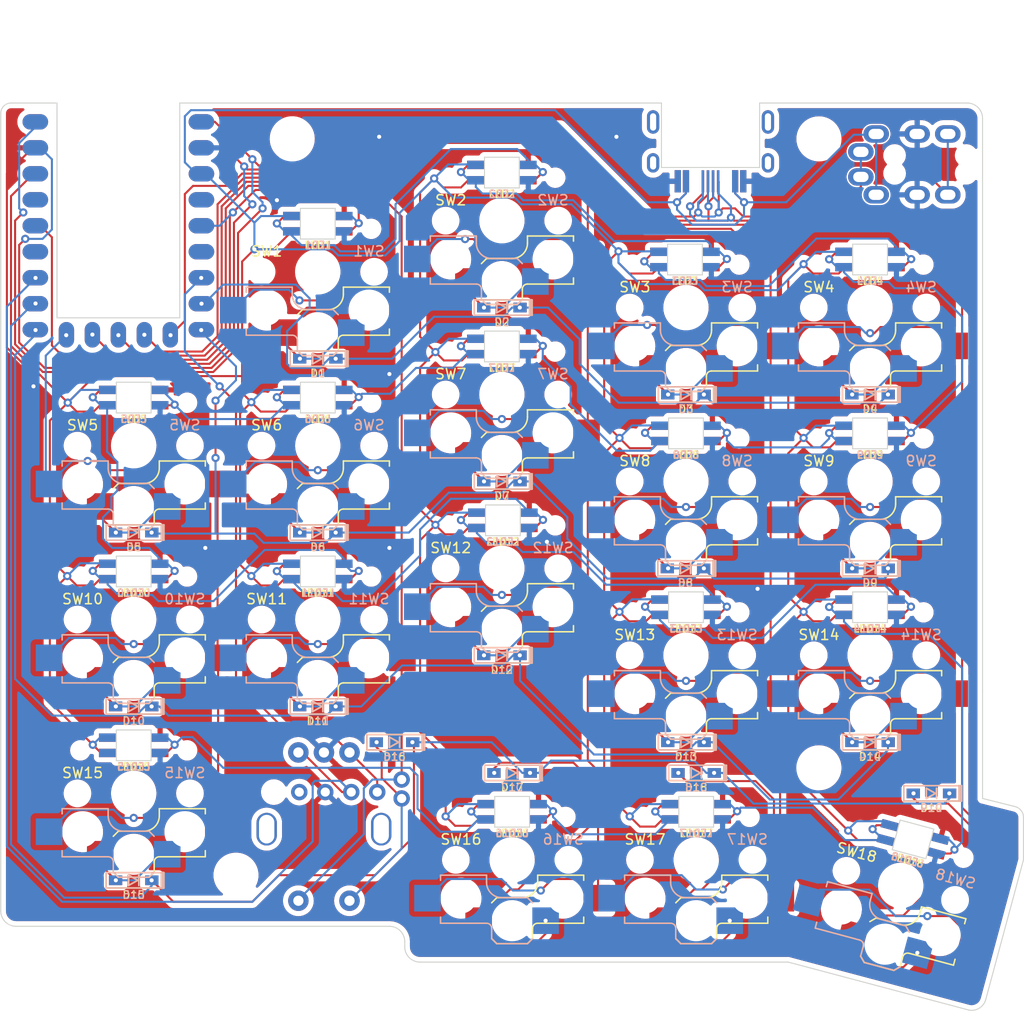
<source format=kicad_pcb>
(kicad_pcb (version 20211014) (generator pcbnew)
  (layers (0 "F.Cu" signal) (31 "B.Cu" signal) (34 "B.Paste" user) (35 "F.Paste" user) (36 "B.SilkS" user "B.Silkscreen") (37 "F.SilkS" user "F.Silkscreen") (38 "B.Mask" user) (39 "F.Mask" user) (44 "Edge.Cuts" user))
  (net 0 "")
  (net 1 "GND")
  (net 2 "VCC")
  (net 3 "RX")
  (net 4 "ENCB")
  (net 5 "ENCA")
  (net 6 "TX")
  (net 7 "Net-(LED1-Pad2)")
  (net 8 "LED")
  (net 9 "Net-(LED2-Pad2)")
  (net 10 "Net-(LED3-Pad2)")
  (net 13 "row0")
  (net 14 "Net-(D1-Pad2)")
  (net 15 "Net-(LED6-Pad4)")
  (net 16 "Net-(D2-Pad2)")
  (net 17 "Net-(D3-Pad2)")
  (net 18 "Net-(LED10-Pad2)")
  (net 19 "Net-(LED11-Pad2)")
  (net 20 "Net-(LED12-Pad2)")
  (net 21 "Net-(LED13-Pad2)")
  (net 22 "Net-(LED14-Pad2)")
  (net 23 "Net-(D4-Pad2)")
  (net 24 "Net-(D5-Pad2)")
  (net 25 "row1")
  (net 26 "Net-(D6-Pad2)")
  (net 27 "Net-(D7-Pad2)")
  (net 28 "Net-(D8-Pad2)")
  (net 29 "Net-(D9-Pad2)")
  (net 30 "Net-(D10-Pad2)")
  (net 31 "row2")
  (net 32 "Net-(D11-Pad2)")
  (net 33 "Net-(D12-Pad2)")
  (net 34 "Net-(D13-Pad2)")
  (net 35 "Net-(D14-Pad2)")
  (net 36 "Net-(D15-Pad2)")
  (net 37 "row3")
  (net 38 "SW_ENCA")
  (net 39 "Net-(D17-Pad2)")
  (net 40 "Net-(D18-Pad2)")
  (net 41 "Net-(D19-Pad2)")
  (net 42 "Net-(LED10-Pad4)")
  (net 43 "Net-(LED7-Pad4)")
  (net 44 "Net-(LED16-Pad4)")
  (net 45 "Net-(LED17-Pad4)")
  (net 46 "col1")
  (net 47 "col0")
  (net 48 "col2")
  (net 49 "col3")
  (net 50 "col4")
  (net 59 "Net-(LED4-Pad2)")
  (net 60 "Net-(LED5-Pad4)")
  (net 61 "Net-(LED8-Pad4)")
  (net 63 "Net-(LED15-Pad4)")
  (footprint "zzkeeb:LED_SK6812-MINI-E-reversible" (layer "F.Cu") (at 101.5 47.3)
    (fp_text reference "LED2")
    (fp_text value "LED_SK6812MINI-E" hide)
    (fp_line (start -1.7 1.5) (end -1.7 -1.5) (layer "Edge.Cuts") (width 0.1))
    (fp_line (start 1.7 1.5) (end -1.7 1.5) (layer "Edge.Cuts") (width 0.1))
    (fp_line (start 1.7 -1.5) (end 1.7 1.5) (layer "Edge.Cuts") (width 0.1))
    (fp_line (start -1.7 -1.5) (end 1.7 -1.5) (layer "Edge.Cuts") (width 0.1))
  )
  (footprint "zzkeeb:LED_SK6812-MINI-E-reversible" (layer "F.Cu") (at 119.5 89.8)
    (fp_text reference "LED13")
    (fp_text value "LED_SK6812MINI-E" hide)
    (fp_line (start 1.7 -1.5) (end 1.7 1.5) (layer "Edge.Cuts") (width 0.1))
    (fp_line (start 1.7 1.5) (end -1.7 1.5) (layer "Edge.Cuts") (width 0.1))
    (fp_line (start -1.7 1.5) (end -1.7 -1.5) (layer "Edge.Cuts") (width 0.1))
    (fp_line (start -1.7 -1.5) (end 1.7 -1.5) (layer "Edge.Cuts") (width 0.1))
  )
  (footprint "zzkeeb:RotaryEncoder_EVQWGD001" (layer "F.Cu") (at 85.5 113.5 -90)
    (fp_text reference "U3")
    (fp_text value "RollerEncoder_EVQWGD001" hide)
  )
  (footprint "zzkeeb:LED_SK6812-MINI-E-reversible" (layer "F.Cu") (at 101.6 81.3)
    (fp_text reference "LED12")
    (fp_text value "LED_SK6812MINI-E" hide)
    (fp_line (start 1.7 1.5) (end -1.7 1.5) (layer "Edge.Cuts") (width 0.1))
    (fp_line (start 1.7 -1.5) (end 1.7 1.5) (layer "Edge.Cuts") (width 0.1))
    (fp_line (start -1.7 -1.5) (end 1.7 -1.5) (layer "Edge.Cuts") (width 0.1))
    (fp_line (start -1.7 1.5) (end -1.7 -1.5) (layer "Edge.Cuts") (width 0.1))
  )
  (footprint "zzkeeb:LED_SK6812-MINI-E-reversible" (layer "F.Cu") (at 102.5 109.8)
    (fp_text reference "LED16")
    (fp_text value "LED_SK6812MINI-E" hide)
    (fp_line (start 1.7 -1.5) (end 1.7 1.5) (layer "Edge.Cuts") (width 0.1))
    (fp_line (start -1.7 -1.5) (end 1.7 -1.5) (layer "Edge.Cuts") (width 0.1))
    (fp_line (start -1.7 1.5) (end -1.7 -1.5) (layer "Edge.Cuts") (width 0.1))
    (fp_line (start 1.7 1.5) (end -1.7 1.5) (layer "Edge.Cuts") (width 0.1))
  )
  (footprint "zzkeeb:Switch_ChocV1-hotswap-reversible" (layer "F.Cu") (at 120.5 114.5)
    (fp_text reference "SW17")
    (fp_text value "Switch" hide)
  )
  (footprint "zzkeeb:LED_SK6812-MINI-E-reversible" (layer "F.Cu") (at 119.4 55.8)
    (fp_text reference "LED3")
    (fp_text value "LED_SK6812MINI-E" hide)
    (fp_line (start -1.7 -1.5) (end 1.7 -1.5) (layer "Edge.Cuts") (width 0.1))
    (fp_line (start 1.7 1.5) (end -1.7 1.5) (layer "Edge.Cuts") (width 0.1))
    (fp_line (start 1.7 -1.5) (end 1.7 1.5) (layer "Edge.Cuts") (width 0.1))
    (fp_line (start -1.7 1.5) (end -1.7 -1.5) (layer "Edge.Cuts") (width 0.1))
  )
  (footprint "zzkeeb:Switch_ChocV1-hotswap-reversible" (layer "F.Cu") (at 65.5 108)
    (fp_text reference "SW15")
    (fp_text value "Switch" hide)
  )
  (footprint "zzkeeb:Switch_ChocV1-hotswap-reversible" (layer "F.Cu") (at 65.5 91)
    (fp_text reference "SW10")
    (fp_text value "Switch" hide)
  )
  (footprint "zzkeeb:Connector_TRRS-reversible" (layer "F.Cu") (at 148.4 46.5 -90)
    (fp_text reference "J1")
    (fp_text value "AudioJack4" hide)
  )
  (footprint "zzkeeb:Switch_ChocV1-hotswap-reversible" (layer "F.Cu") (at 119.5 60.5)
    (fp_text reference "SW3")
    (fp_text value "Switch" hide)
  )
  (footprint "zzkeeb:Switch_ChocV1-hotswap-reversible" (layer "F.Cu") (at 83.5 57)
    (fp_text reference "SW1")
    (fp_text value "Switch" hide)
  )
  (footprint "zzkeeb:LED_SK6812-MINI-E-reversible" (layer "F.Cu") (at 137.5 55.8)
    (fp_text reference "LED4")
    (fp_text value "LED_SK6812MINI-E" hide)
    (fp_line (start -1.7 -1.5) (end 1.7 -1.5) (layer "Edge.Cuts") (width 0.1))
    (fp_line (start 1.7 1.5) (end -1.7 1.5) (layer "Edge.Cuts") (width 0.1))
    (fp_line (start 1.7 -1.5) (end 1.7 1.5) (layer "Edge.Cuts") (width 0.1))
    (fp_line (start -1.7 1.5) (end -1.7 -1.5) (layer "Edge.Cuts") (width 0.1))
  )
  (footprint "zzkeeb:Switch_ChocV1-hotswap-reversible" (layer "F.Cu") (at 101.5 86)
    (fp_text reference "SW12")
    (fp_text value "Switch" hide)
  )
  (footprint "zzkeeb:Switch_ChocV1-hotswap-reversible" (layer "F.Cu") (at 101.5 52)
    (fp_text reference "SW2")
    (fp_text value "Switch" hide)
  )
  (footprint "zzkeeb:LED_SK6812-MINI-E-reversible" (layer "F.Cu") (at 65.5 69.3)
    (fp_text reference "LED5")
    (fp_text value "LED_SK6812MINI-E" hide)
    (fp_line (start 1.7 -1.5) (end 1.7 1.5) (layer "Edge.Cuts") (width 0.1))
    (fp_line (start -1.7 -1.5) (end 1.7 -1.5) (layer "Edge.Cuts") (width 0.1))
    (fp_line (start -1.7 1.5) (end -1.7 -1.5) (layer "Edge.Cuts") (width 0.1))
    (fp_line (start 1.7 1.5) (end -1.7 1.5) (layer "Edge.Cuts") (width 0.1))
  )
  (footprint "zzkeeb:LED_SK6812-MINI-E-reversible" (layer "F.Cu") (at 65.5 103.3)
    (fp_text reference "LED15")
    (fp_text value "LED_SK6812MINI-E" hide)
    (fp_line (start -1.7 -1.5) (end 1.7 -1.5) (layer "Edge.Cuts") (width 0.1))
    (fp_line (start 1.7 1.5) (end -1.7 1.5) (layer "Edge.Cuts") (width 0.1))
    (fp_line (start 1.7 -1.5) (end 1.7 1.5) (layer "Edge.Cuts") (width 0.1))
    (fp_line (start -1.7 1.5) (end -1.7 -1.5) (layer "Edge.Cuts") (width 0.1))
  )
  (footprint "zzkeeb:LED_SK6812-MINI-E-reversible" (layer "F.Cu") (at 141.7 112.5 -15)
    (fp_text reference "LED18")
    (fp_text value "LED_SK6812MINI-E" hide)
    (fp_line (start -1.7 -1.5) (end 1.7 -1.5) (layer "Edge.Cuts") (width 0.1))
    (fp_line (start 1.7 -1.5) (end 1.7 1.5) (layer "Edge.Cuts") (width 0.1))
    (fp_line (start -1.7 1.5) (end -1.7 -1.5) (layer "Edge.Cuts") (width 0.1))
    (fp_line (start 1.7 1.5) (end -1.7 1.5) (layer "Edge.Cuts") (width 0.1))
  )
  (footprint "zzkeeb:LED_SK6812-MINI-E-reversible" (layer "F.Cu") (at 83.5 86.3)
    (fp_text reference "LED11")
    (fp_text value "LED_SK6812MINI-E" hide)
    (fp_line (start -1.7 1.5) (end -1.7 -1.5) (layer "Edge.Cuts") (width 0.1))
    (fp_line (start 1.7 1.5) (end -1.7 1.5) (layer "Edge.Cuts") (width 0.1))
    (fp_line (start 1.7 -1.5) (end 1.7 1.5) (layer "Edge.Cuts") (width 0.1))
    (fp_line (start -1.7 -1.5) (end 1.7 -1.5) (layer "Edge.Cuts") (width 0.1))
  )
  (footprint "zzkeeb:Hole_M2-spacer" (layer "F.Cu") (at 75.5 116)
    (fp_text reference "H3" hide)
    (fp_text value "MountingHole" hide)
  )
  (footprint "zzkeeb:LED_SK6812-MINI-E-reversible" (layer "F.Cu") (at 83.5 52.3)
    (fp_text reference "LED1")
    (fp_text value "LED_SK6812MINI-E" hide)
    (fp_line (start -1.7 -1.5) (end 1.7 -1.5) (layer "Edge.Cuts") (width 0.1))
    (fp_line (start 1.7 1.5) (end -1.7 1.5) (layer "Edge.Cuts") (width 0.1))
    (fp_line (start -1.7 1.5) (end -1.7 -1.5) (layer "Edge.Cuts") (width 0.1))
    (fp_line (start 1.7 -1.5) (end 1.7 1.5) (layer "Edge.Cuts") (width 0.1))
  )
  (footprint "zzkeeb:LED_SK6812-MINI-E-reversible" (layer "F.Cu") (at 101.5 64.3)
    (fp_text reference "LED7")
    (fp_text value "LED_SK6812MINI-E" hide)
    (fp_line (start -1.7 1.5) (end -1.7 -1.5) (layer "Edge.Cuts") (width 0.1))
    (fp_line (start 1.7 -1.5) (end 1.7 1.5) (layer "Edge.Cuts") (width 0.1))
    (fp_line (start 1.7 1.5) (end -1.7 1.5) (layer "Edge.Cuts") (width 0.1))
    (fp_line (start -1.7 -1.5) (end 1.7 -1.5) (layer "Edge.Cuts") (width 0.1))
  )
  (footprint "zzkeeb:Switch_ChocV1-hotswap-reversible" (layer "F.Cu") (at 137.5 94.5)
    (fp_text reference "SW14")
    (fp_text value "Switch" hide)
  )
  (footprint "zzkeeb:Switch_ChocV1-hotswap-reversible" (layer "F.Cu") (at 65.5 74)
    (fp_text reference "SW5")
    (fp_text value "Switch" hide)
  )
  (footprint "zzkeeb:RotaryEncoder_EC11" (layer "F.Cu") (at 84.1 111.5 -90)
    (fp_text reference "RE1")
    (fp_text value "RotaryEncoder_Switch" hide)
  )
  (footprint "zzkeeb:Switch_ChocV1-hotswap-reversible" (layer "F.Cu") (at 119.5 94.5)
    (fp_text reference "SW13")
    (fp_text value "Switch" hide)
  )
  (footprint "zzkeeb:MCU_rp2040-zero-smd" (layer "F.Cu") (at 64 52.5)
    (fp_text reference "U2" hide)
    (fp_text value "MCU_rp2040-zero" hide)
  )
  (footprint "zzkeeb:LED_SK6812-MINI-E-reversible" (layer "F.Cu") (at 119.5 72.8)
    (fp_text reference "LED8")
    (fp_text value "LED_SK6812MINI-E" hide)
    (fp_line (start 1.7 -1.5) (end 1.7 1.5) (layer "Edge.Cuts") (width 0.1))
    (fp_line (start -1.7 1.5) (end -1.7 -1.5) (layer "Edge.Cuts") (width 0.1))
    (fp_line (start 1.7 1.5) (end -1.7 1.5) (layer "Edge.Cuts") (width 0.1))
    (fp_line (start -1.7 -1.5) (end 1.7 -1.5) (layer "Edge.Cuts") (width 0.1))
  )
  (footprint "zzkeeb:LED_SK6812-MINI-E-reversible" (layer "F.Cu") (at 65.5 86.3)
    (fp_text reference "LED10")
    (fp_text value "LED_SK6812MINI-E" hide)
    (fp_line (start -1.7 -1.5) (end 1.7 -1.5) (layer "Edge.Cuts") (width 0.1))
    (fp_line (start 1.7 1.5) (end -1.7 1.5) (layer "Edge.Cuts") (width 0.1))
    (fp_line (start -1.7 1.5) (end -1.7 -1.5) (layer "Edge.Cuts") (width 0.1))
    (fp_line (start 1.7 -1.5) (end 1.7 1.5) (layer "Edge.Cuts") (width 0.1))
  )
  (footprint "zzkeeb:Switch_ChocV1-hotswap-reversible" (layer "F.Cu") (at 119.5 77.5)
    (fp_text reference "SW8")
    (fp_text value "Switch" hide)
  )
  (footprint "zzkeeb:Hole_M2-spacer" (layer "F.Cu") (at 132.5 44)
    (fp_text reference "H1" hide)
    (fp_text value "MountingHole" hide)
  )
  (footprint "zzkeeb:Switch_ChocV1-hotswap-reversible" (layer "F.Cu") (at 140.5 117 -15)
    (fp_text reference "SW18")
    (fp_text value "Switch" hide)
  )
  (footprint "zzkeeb:LED_SK6812-MINI-E-reversible" (layer "F.Cu") (at 120.5 109.8)
    (fp_text reference "LED17")
    (fp_text value "LED_SK6812MINI-E" hide)
    (fp_line (start -1.7 1.5) (end -1.7 -1.5) (layer "Edge.Cuts") (width 0.1))
    (fp_line (start 1.7 -1.5) (end 1.7 1.5) (layer "Edge.Cuts") (width 0.1))
    (fp_line (start 1.7 1.5) (end -1.7 1.5) (layer "Edge.Cuts") (width 0.1))
    (fp_line (start -1.7 -1.5) (end 1.7 -1.5) (layer "Edge.Cuts") (width 0.1))
  )
  (footprint "zzkeeb:Connector_USB-C-mid-mount-ali-reversible-data" (layer "F.Cu") (at 121.9 45 180)
    (fp_text reference "J2" hide)
    (fp_text value "USB_C_Receptacle_USB2.0" hide)
  )
  (footprint "zzkeeb:Hole_M2-spacer" (layer "F.Cu") (at 132.5 105.5)
    (fp_text reference "H2" hide)
    (fp_text value "MountingHole" hide)
  )
  (footprint "zzkeeb:Switch_ChocV1-hotswap-reversible" (layer "F.Cu") (at 137.5 60.5)
    (fp_text reference "SW4")
    (fp_text value "Switch" hide)
  )
  (footprint "zzkeeb:Switch_ChocV1-hotswap-reversible" (layer "F.Cu") (at 102.5 114.5)
    (fp_text reference "SW16")
    (fp_text value "Switch" hide)
  )
  (footprint "zzkeeb:Switch_ChocV1-hotswap-reversible" (layer "F.Cu") (at 137.5 77.5)
    (fp_text reference "SW9")
    (fp_text value "Switch" hide)
  )
  (footprint "zzkeeb:Switch_ChocV1-hotswap-reversible" (layer "F.Cu") (at 83.5 91)
    (fp_text reference "SW11")
    (fp_text value "Switch" hide)
  )
  (footprint "zzkeeb:LED_SK6812-MINI-E-reversible" (layer "F.Cu") (at 137.5 72.8)
    (fp_text reference "LED9")
    (fp_text value "LED_SK6812MINI-E" hide)
    (fp_line (start -1.7 1.5) (end -1.7 -1.5) (layer "Edge.Cuts") (width 0.1))
    (fp_line (start 1.7 -1.5) (end 1.7 1.5) (layer "Edge.Cuts") (width 0.1))
    (fp_line (start -1.7 -1.5) (end 1.7 -1.5) (layer "Edge.Cuts") (width 0.1))
    (fp_line (start 1.7 1.5) (end -1.7 1.5) (layer "Edge.Cuts") (width 0.1))
  )
  (footprint "zzkeeb:Switch_ChocV1-hotswap-reversible" (layer "F.Cu") (at 83.5 74)
    (fp_text reference "SW6")
    (fp_text value "Switch" hide)
  )
  (footprint "zzkeeb:Switch_ChocV1-hotswap-reversible" (layer "F.Cu") (at 101.5 69)
    (fp_text reference "SW7")
    (fp_text value "Switch" hide)
  )
  (footprint "zzkeeb:LED_SK6812-MINI-E-reversible" (layer "F.Cu") (at 83.5 69.3)
    (fp_text reference "LED6")
    (fp_text value "LED_SK6812MINI-E" hide)
    (fp_line (start 1.7 -1.5) (end 1.7 1.5) (layer "Edge.Cuts") (width 0.1))
    (fp_line (start 1.7 1.5) (end -1.7 1.5) (layer "Edge.Cuts") (width 0.1))
    (fp_line (start -1.7 1.5) (end -1.7 -1.5) (layer "Edge.Cuts") (width 0.1))
    (fp_line (start -1.7 -1.5) (end 1.7 -1.5) (layer "Edge.Cuts") (width 0.1))
  )
  (footprint "zzkeeb:LED_SK6812-MINI-E-reversible" (layer "F.Cu") (at 137.5 89.8)
    (fp_text reference "LED14")
    (fp_text value "LED_SK6812MINI-E" hide)
    (fp_line (start 1.7 -1.5) (end 1.7 1.5) (layer "Edge.Cuts") (width 0.1))
    (fp_line (start -1.7 -1.5) (end 1.7 -1.5) (layer "Edge.Cuts") (width 0.1))
    (fp_line (start -1.7 1.5) (end -1.7 -1.5) (layer "Edge.Cuts") (width 0.1))
    (fp_line (start 1.7 1.5) (end -1.7 1.5) (layer "Edge.Cuts") (width 0.1))
  )
  (footprint "zzkeeb:Hole_M2-spacer" (layer "F.Cu") (at 81 44)
    (fp_text reference "H4" hide)
    (fp_text value "MountingHole" hide)
  )
  (footprint "zzkeeb:Diode_1N4148-SOD123-reversible" (layer "B.Cu") (at 119.45 86 180)
    (fp_text reference "D8")
    (fp_text value "D_Small" hide)
  )
  (footprint "zzkeeb:Diode_1N4148-SOD123-reversible" (layer "B.Cu") (at 83.5 99.5 180)
    (fp_text reference "D11")
    (fp_text value "D_Small" hide)
  )
  (footprint "zzkeeb:Diode_1N4148-SOD123-reversible" (layer "B.Cu") (at 65.5 82.5 180)
    (fp_text reference "D5")
    (fp_text value "D_Small" hide)
  )
  (footprint "zzkeeb:Diode_1N4148-SOD123-reversible" (layer "B.Cu") (at 120.5 106 180)
    (fp_text reference "D18")
    (fp_text value "D_Small" hide)
  )
  (footprint "zzkeeb:Diode_1N4148-SOD123-reversible" (layer "B.Cu") (at 101.5 94.5 180)
    (fp_text reference "D12")
    (fp_text value "D_Small" hide)
  )
  (footprint "zzkeeb:Diode_1N4148-SOD123-reversible" (layer "B.Cu") (at 101.5 60.5 180)
    (fp_text reference "D2")
    (fp_text value "D_Small" hide)
  )
  (footprint "zzkeeb:Diode_1N4148-SOD123-reversible" (layer "B.Cu") (at 119.5 103 180)
    (fp_text reference "D13")
    (fp_text value "D_Small" hide)
  )
  (footprint "zzkeeb:Diode_1N4148-SOD123-reversible" (layer "B.Cu") (at 137.5 86 180)
    (fp_text reference "D9")
    (fp_text value "D_Small" hide)
  )
  (footprint "zzkeeb:Diode_1N4148-SOD123-reversible" (layer "B.Cu") (at 143.5 108 180)
    (fp_text reference "D19")
    (fp_text value "D_Small" hide)
  )
  (footprint "zzkeeb:Diode_1N4148-SOD123-reversible" (layer "B.Cu") (at 119.5 69 180)
    (fp_text reference "D3")
    (fp_text value "D_Small" hide)
  )
  (footprint "zzkeeb:Diode_1N4148-SOD123-reversible" (layer "B.Cu") (at 83.5 82.5 180)
    (fp_text reference "D6")
    (fp_text value "D_Small" hide)
  )
  (footprint "zzkeeb:MCU_rp2040-zero-smd" (layer "B.Cu") (at 64 52.5 180)
    (fp_text reference "U1" hide)
    (fp_text value "MCU_rp2040-zero" hide)
  )
  (footprint "zzkeeb:Diode_1N4148-SOD123-reversible" (layer "B.Cu") (at 137.5 69 180)
    (fp_text reference "D4")
    (fp_text value "D_Small" hide)
  )
  (footprint "zzkeeb:Diode_1N4148-SOD123-reversible" (layer "B.Cu") (at 137.5 103 180)
    (fp_text reference "D14")
    (fp_text value "D_Small" hide)
  )
  (footprint "zzkeeb:Diode_1N4148-SOD123-reversible" (layer "B.Cu") (at 101.5 77.5 180)
    (fp_text reference "D7")
    (fp_text value "D_Small" hide)
  )
  (footprint "zzkeeb:Diode_1N4148-SOD123-reversible" (layer "B.Cu") (at 83.5 65.5 180)
    (fp_text reference "D1")
    (fp_text value "D_Small" hide)
  )
  (footprint "zzkeeb:Diode_1N4148-SOD123-reversible" (layer "B.Cu") (at 65.5 99.5 180)
    (fp_text reference "D10")
    (fp_text value "D_Small" hide)
  )
  (footprint "zzkeeb:Diode_1N4148-SOD123-reversible" (layer "B.Cu") (at 102.5 106 180)
    (fp_text reference "D17")
    (fp_text value "D_Small" hide)
  )
  (footprint "zzkeeb:Diode_1N4148-SOD123-reversible" (layer "B.Cu") (at 65.5 116.5 180)
    (fp_text reference "D15")
    (fp_text value "D_Small" hide)
  )
  (footprint "zzkeeb:Diode_1N4148-SOD123-reversible" (layer "B.Cu") (at 91 103 180)
    (fp_text reference "D16")
    (fp_text value "D_Small" hide)
  )
  (gr_line (start 52.5 41.5) (end 52.5 119.5) (layer "Edge.Cuts") (width 0.1))
  (gr_line (start 152.5 110.4) (end 152.5 114.5) (layer "Edge.Cuts") (width 0.1))
  (gr_line (start 70 40.5) (end 117.1 40.5) (layer "Edge.Cuts") (width 0.1))
  (gr_line (start 148.8 128.2) (end 152.5 114.5) (layer "Edge.Cuts") (width 0.1))
  (gr_line (start 148.5 98) (end 148.5 42) (layer "Edge.Cuts") (width 0.1))
  (gr_line (start 148.5 108.5) (end 151.7 109.3) (layer "Edge.Cuts") (width 0.1))
  (gr_line (start 53.5 40.5) (end 58 40.5) (layer "Edge.Cuts") (width 0.1))
  (gr_arc (start 148.8 128.2) (mid 148.186403 128.998244) (end 147.2 129.2) (layer "Edge.Cuts") (width 0.1))
  (gr_line (start 117.1 40.5) (end 117.1 46.8) (layer "Edge.Cuts") (width 0.1))
  (gr_line (start 70 61.5) (end 70 40.5) (layer "Edge.Cuts") (width 0.1))
  (gr_line (start 92 123) (end 92 122.5) (layer "Edge.Cuts") (width 0.1))
  (gr_line (start 58 61.5) (end 70 61.5) (layer "Edge.Cuts") (width 0.1))
  (gr_line (start 129.5 124.5) (end 147.2 129.2) (layer "Edge.Cuts") (width 0.1))
  (gr_arc (start 151.7 109.3) (mid 152.29324 109.709462) (end 152.5 110.4) (layer "Edge.Cuts") (width 0.1))
  (gr_arc (start 52.5 41.5) (mid 52.792893 40.792893) (end 53.5 40.5) (layer "Edge.Cuts") (width 0.1))
  (gr_line (start 117.1 46.8) (end 126.7 46.8) (layer "Edge.Cuts") (width 0.1))
  (gr_line (start 93.5 124.5) (end 129.5 124.5) (layer "Edge.Cuts") (width 0.1))
  (gr_arc (start 90.5 121) (mid 91.56066 121.43934) (end 92 122.5) (layer "Edge.Cuts") (width 0.1))
  (gr_arc (start 147 40.5) (mid 148.06066 40.93934) (end 148.5 42) (layer "Edge.Cuts") (width 0.1))
  (gr_line (start 126.7 46.8) (end 126.7 40.5) (layer "Edge.Cuts") (width 0.1))
  (gr_line (start 148.5 98) (end 148.5 108.5) (layer "Edge.Cuts") (width 0.1))
  (gr_arc (start 54 121) (mid 52.93934 120.56066) (end 52.5 119.5) (layer "Edge.Cuts") (width 0.1))
  (gr_arc (start 93.5 124.5) (mid 92.43934 124.06066) (end 92 123) (layer "Edge.Cuts") (width 0.1))
  (gr_line (start 126.7 40.5) (end 147 40.5) (layer "Edge.Cuts") (width 0.1))
  (gr_line (start 90.5 121) (end 54 121) (layer "Edge.Cuts") (width 0.1))
  (gr_line (start 58 40.5) (end 58 61.5) (layer "Edge.Cuts") (width 0.1))
  (segment (start 53.1 64.415686) (end 55.7 67.015686) (width 0.2) (layer "F.Cu") (net 1))
  (segment (start 55.7 67.015686) (end 55.7 68.2) (width 0.2) (layer "F.Cu") (net 1))
  (segment (start 55.62 44.88) (end 53.1 47.4) (width 0.2) (layer "F.Cu") (net 1))
  (segment (start 56.38 44.88) (end 55.62 44.88) (width 0.2) (layer "F.Cu") (net 1))
  (segment (start 53.1 47.4) (end 53.1 64.415686) (width 0.2) (layer "F.Cu") (net 1))
  (via (at 90.5 84) (size 0.8) (drill 0.4) (layers "F.Cu" "B.Cu") (net 1))
  (via (at 112.7 43.8) (size 0.8) (drill 0.4) (layers "F.Cu" "B.Cu") (net 1))
  (via (at 72.5 84) (size 0.8) (drill 0.4) (layers "F.Cu" "B.Cu") (net 1))
  (via (at 55.7 68.2) (size 0.8) (drill 0.4) (layers "F.Cu" "B.Cu") (net 1))
  (via (at 126.5 88) (size 0.8) (drill 0.4) (layers "F.Cu" "B.Cu") (net 1))
  (via (at 105.9 83.4) (size 0.8) (drill 0.4) (layers "F.Cu" "B.Cu") (net 1))
  (via (at 90.5 67) (size 0.8) (drill 0.4) (layers "F.Cu" "B.Cu") (net 1))
  (via (at 89.5 43.8) (size 0.8) (drill 0.4) (layers "F.Cu" "B.Cu") (net 1))
  (via (at 79.5 50) (size 0.8) (drill 0.4) (layers "F.Cu" "B.Cu") (net 1))
  (segment (start 113 73.25) (end 111.5 74.75) (width 0.2) (layer "F.Cu") (net 2))
  (segment (start 97.579699 65.670301) (end 98.2 65.05) (width 0.2) (layer "F.Cu") (net 2))
  (segment (start 77 69.75) (end 77 69.750792) (width 0.2) (layer "F.Cu") (net 2))
  (segment (start 80.329699 70.670301) (end 80.95 70.05) (width 0.2) (layer "F.Cu") (net 2))
  (segment (start 95.75 48.75) (end 97.5 48.75) (width 0.2) (layer "F.Cu") (net 2))
  (segment (start 62.2 70.05) (end 62.95 70.05) (width 0.2) (layer "F.Cu") (net 2))
  (segment (start 112.9 56.115437) (end 113.954864 57.170301) (width 0.2) (layer "F.Cu") (net 2))
  (segment (start 96 104.5) (end 96 110.25) (width 0.2) (layer "F.Cu") (net 2))
  (segment (start 118.625 50.2) (end 119.5 49.325) (width 0.2) (layer "F.Cu") (net 2))
  (segment (start 59.049604 69.800396) (end 59.919509 70.670301) (width 0.2) (layer "F.Cu") (net 2))
  (segment (start 116.25 74.25) (end 116.95 73.55) (width 0.2) (layer "F.Cu") (net 2))
  (segment (start 94.875 47.875) (end 93.5 49.25) (width 0.2) (layer "F.Cu") (net 2))
  (segment (start 134.2 73.55) (end 133.579699 74.170301) (width 0.2) (layer "F.Cu") (net 2))
  (segment (start 97.5 48.75) (end 98.2 48.05) (width 0.2) (layer "F.Cu") (net 2))
  (segment (start 131 73.250792) (end 131 73.25) (width 0.2) (layer "F.Cu") (net 2))
  (segment (start 134.2 90.55) (end 134.95 90.55) (width 0.2) (layer "F.Cu") (net 2))
  (segment (start 96 110.25) (end 96 110.250792) (width 0.2) (layer "F.Cu") (net 2))
  (segment (start 93.5 83.25) (end 93.5 102) (width 0.2) (layer "F.Cu") (net 2))
  (segment (start 129.5 74.75) (end 129.5 88.75) (width 0.2) (layer "F.Cu") (net 2))
  (segment (start 80.95 87.05) (end 80.2 87.05) (width 0.2) (layer "F.Cu") (net 2))
  (segment (start 59.919509 87.670301) (end 61.579699 87.670301) (width 0.2) (layer "F.Cu") (net 2))
  (segment (start 99.2 110.55) (end 99.95 110.55) (width 0.2) (layer "F.Cu") (net 2))
  (segment (start 57.3 71.549208) (end 59.049604 69.799604) (width 0.2) (layer "F.Cu") (net 2))
  (segment (start 95.919509 82.670301) (end 97.579699 82.670301) (width 0.2) (layer "F.Cu") (net 2))
  (segment (start 77 69.750792) (end 77.919509 70.670301) (width 0.2) (layer "F.Cu") (net 2))
  (segment (start 111.5 91.75) (end 111.5 107.75) (width 0.2) (layer "F.Cu") (net 2))
  (segment (start 98.2 48.05) (end 98.95 48.05) (width 0.2) (layer "F.Cu") (net 2))
  (segment (start 131.919509 74.170301) (end 131 73.250792) (width 0.2) (layer "F.Cu") (net 2))
  (segment (start 125.175 50.2) (end 124.3 49.325) (width 0.2) (layer "F.Cu") (net 2))
  (segment (start 95 81.75) (end 95 81.750792) (width 0.2) (layer "F.Cu") (net 2))
  (segment (start 96 110.250792) (end 96.919509 111.170301) (width 0.2) (layer "F.Cu") (net 2))
  (segment (start 98.579699 111.170301) (end 99.2 110.55) (width 0.2) (layer "F.Cu") (net 2))
  (segment (start 116.229699 57.170301) (end 116.85 56.55) (width 0.2) (layer "F.Cu") (net 2))
  (segment (start 114.999208 111.25) (end 114 110.250792) (width 0.2) (layer "F.Cu") (net 2))
  (segment (start 62.2 87.05) (end 62.95 87.05) (width 0.2) (layer "F.Cu") (net 2))
  (segment (start 115.579699 91.170301) (end 116.2 90.55) (width 0.2) (layer "F.Cu") (net 2))
  (segment (start 112.9 55) (end 112.9 56.115437) (width 0.2) (layer "F.Cu") (net 2))
  (segment (start 113 73.25) (end 113 73.250792) (width 0.2) (layer "F.Cu") (net 2))
  (segment (start 113 73.250792) (end 113.999208 74.25) (width 0.2) (layer "F.Cu") (net 2))
  (segment (start 53.5 49.6) (end 53.5 64.25) (width 0.2) (layer "F.Cu") (net 2))
  (segment (start 56.38 47.42) (end 55.68 47.42) (width 0.2) (layer "F.Cu") (net 2))
  (segment (start 57.3 99.05) (end 57.3 88.45) (width 0.2) (layer "F.Cu") (net 2))
  (segment (start 119.5 49.325) (end 119.5 48.15) (width 0.2) (layer "F.Cu") (net 2))
  (segment (start 59.049604 69.799604) (end 59.049604 69.800396) (width 0.2) (layer "F.Cu") (net 2))
  (segment (start 112.9 55) (end 111.5 56.4) (width 0.2) (layer "F.Cu") (net 2))
  (segment (start 111.5 107.75) (end 114 110.25) (width 0.2) (layer "F.Cu") (net 2))
  (segment (start 133.579699 91.170301) (end 134.2 90.55) (width 0.2) (layer "F.Cu") (net 2))
  (segment (start 77.919509 70.670301) (end 80.329699 70.670301) (width 0.2) (layer "F.Cu") (net 2))
  (segment (start 77.3 54.8) (end 79.2 54.8) (width 0.2) (layer "F.Cu") (net 2))
  (segment (start 135.33898 111.63898) (end 129.5 105.8) (width 0.2) (layer "F.Cu") (net 2))
  (segment (start 129.5 88.75) (end 131 90.25) (width 0.2) (layer "F.Cu") (net 2))
  (segment (start 95 64.849208) (end 95.821093 65.670301) (width 0.2) (layer "F.Cu") (net 2))
  (segment (start 129.5 71.75) (end 131 73.25) (width 0.2) (layer "F.Cu") (net 2))
  (segment (start 97.579699 82.670301) (end 98.2 82.05) (width 0.2) (layer "F.Cu") (net 2))
  (segment (start 59.919509 70.670301) (end 61.579699 70.670301) (width 0.2) (layer "F.Cu") (net 2))
  (segment (start 95 81.75) (end 93.5 83.25) (width 0.2) (layer "F.Cu") (net 2))
  (segment (start 79.2 54.8) (end 80.95 53.05) (width 0.2) (layer "F.Cu") (net 2))
  (segment (start 57.3 88.45) (end 58.999604 86.750396) (width 0.2) (layer "F.Cu") (net 2))
  (segment (start 113.919509 91.170301) (end 115.579699 91.170301) (width 0.2) (layer "F.Cu") (net 2))
  (segment (start 113 90.25) (end 111.5 91.75) (width 0.2) (layer "F.Cu") (net 2))
  (segment (start 116.2 90.55) (end 116.95 90.55) (width 0.2) (layer "F.Cu") (net 2))
  (segment (start 61.5 103.25) (end 62.3 104.05) (width 0.2) (layer "F.Cu") (net 2))
  (segment (start 131.919509 91.170301) (end 133.579699 91.170301) (width 0.2) (layer "F.Cu") (net 2))
  (segment (start 113 90.250792) (end 113.919509 91.170301) (width 0.2) (layer "F.Cu") (net 2))
  (segment (start 111.5 74.75) (end 111.5 88.75) (width 0.2) (layer "F.Cu") (net 2))
  (segment (start 135.36102 111.63898) (end 135.33898 111.63898) (width 0.2) (layer "F.Cu") (net 2))
  (segment (start 113 90.25) (end 113 90.250792) (width 0.2) (layer "F.Cu") (net 2))
  (segment (start 129.5 57.749604) (end 129.5 71.75) (width 0.2) (layer "F.Cu") (net 2))
  (segment (start 80.2 87.05) (end 79.579699 87.670301) (width 0.2) (layer "F.Cu") (net 2))
  (segment (start 75.9 85.65) (end 77 86.75) (width 0.2) (layer "F.Cu") (net 2))
  (segment (start 75.9 70.85) (end 75.9 85.65) (width 0.2) (layer "F.Cu") (net 2))
  (segment (start 93.5 80.25) (end 95 81.75) (width 0.2) (layer "F.Cu") (net 2))
  (segment (start 111.5 71.75) (end 113 73.25) (width 0.2) (layer "F.Cu") (net 2))
  (segment (start 61.5 103.25) (end 57.3 99.05) (width 0.2) (layer "F.Cu") (net 2))
  (segment (start 98.2 65.05) (end 98.95 65.05) (width 0.2) (layer "F.Cu") (net 2))
  (segment (start 134.429699 57.170301) (end 135.05 56.55) (width 0.2) (layer "F.Cu") (net 2))
  (segment (start 93.5 49.25) (end 93.5 63.349208) (width 0.2) (layer "F.Cu") (net 2))
  (segment (start 95.821093 65.670301) (end 97.579699 65.670301) (width 0.2) (layer "F.Cu") (net 2))
  (segment (start 96.919509 111.170301) (end 98.579699 111.170301) (width 0.2) (layer "F.Cu") (net 2))
  (segment (start 94.875 47.875) (end 95.75 48.75) (width 0.2) (layer "F.Cu") (net 2))
  (segment (start 57.3 85.050792) (end 57.3 71.549208) (width 0.2) (layer "F.Cu") (net 2))
  (segment (start 93.5 66.349208) (end 93.5 80.25) (width 0.2) (layer "F.Cu") (net 2))
  (segment (start 62.3 104.05) (end 62.95 104.05) (width 0.2) (layer "F.Cu") (net 2))
  (segment (start 55.68 47.42) (end 53.5 49.6) (width 0.2) (layer "F.Cu") (net 2))
  (segment (start 61.579699 87.670301) (end 62.2 87.05) (width 0.2) (layer "F.Cu") (net 2))
  (segment (start 134.95 73.55) (end 134.2 73.55) (width 0.2) (layer "F.Cu") (net 2))
  (segment (start 117.2 110.55) (end 116.5 111.25) (width 0.2) (layer "F.Cu") (net 2))
  (segment (start 129.5 105.8) (end 129.5 91.75) (width 0.2) (layer "F.Cu") (net 2))
  (segment (start 59.049604 69.799604) (end 61.649208 67.2) (width 0.2) (layer "F.Cu") (net 2))
  (segment (start 95 81.750792) (end 95.919509 82.670301) (width 0.2) (layer "F.Cu") (net 2))
  (segment (start 77.919509 87.670301) (end 77 86.750792) (width 0.2) (layer "F.Cu") (net 2))
  (segment (start 76.1 68.85) (end 77 69.75) (width 0.2) (layer "F.Cu") (net 2))
  (segment (start 61.649208 67.2) (end 76.1 67.2) (width 0.2) (layer "F.Cu") (net 2))
  (segment (start 131 90.25) (end 131 90.250792) (width 0.2) (layer "F.Cu") (net 2))
  (segment (start 111.5 56.4) (end 111.5 71.75) (width 0.2) (layer "F.Cu") (net 2))
  (segment (start 113.999208 74.25) (end 116.25 74.25) (width 0.2) (layer "F.Cu") (net 2))
  (segment (start 77.3 54.8) (end 76.1 56) (width 0.2) (layer "F.Cu") (net 2))
  (segment (start 130.999604 56.25) (end 129.5 57.749604) (width 0.2) (layer "F.Cu") (net 2))
  (segment (start 114 110.250792) (end 114 110.25) (width 0.2) (layer "F.Cu") (net 2))
  (segment (start 129.5 91.75) (end 131 90.25) (width 0.2) (layer "F.Cu") (net 2))
  (segment (start 131.919905 57.170301) (end 134.429699 57.170301) (width 0.2) (layer "F.Cu") (net 2))
  (segment (start 58.999604 86.750396) (end 59.919509 87.670301) (width 0.2) (layer "F.Cu") (net 2))
  (segment (start 116.5 111.25) (end 114.999208 111.25) (width 0.2) (layer "F.Cu") (net 2))
  (segment (start 93.5 63.349208) (end 95 64.849208) (width 0.2) (layer "F.Cu") (net 2))
  (segment (start 130.999604 56.25) (end 131.919905 57.170301) (width 0.2) (layer "F.Cu") (net 2))
  (segment (start 53.5 64.25) (end 59.049604 69.799604) (width 0.2) (layer "F.Cu") (net 2))
  (segment (start 131 73.25) (end 129.5 74.75) (width 0.2) (layer "F.Cu") (net 2))
  (segment (start 77 86.750792) (end 77 86.75) (width 0.2) (layer "F.Cu") (net 2))
  (segment (start 117.95 110.55) (end 117.2 110.55) (width 0.2) (layer "F.Cu") (net 2))
  (segment (start 111.5 88.75) (end 113 90.25) (width 0.2) (layer "F.Cu") (net 2))
  (segment (start 98.2 82.05) (end 99.05 82.05) (width 0.2) (layer "F.Cu") (net 2))
  (segment (start 58.999604 86.750396) (end 57.3 85.050792) (width 0.2) (layer "F.Cu") (net 2))
  (segment (start 135.36102 111.63898) (end 136.286495 112.564456) (width 0.2) (layer "F.Cu") (net 2))
  (segment (start 77 69.75) (end 75.9 70.85) (width 0.2) (layer "F.Cu") (net 2))
  (segment (start 93.5 102) (end 96 104.5) (width 0.2) (layer "F.Cu") (net 2))
  (segment (start 61.579699 70.670301) (end 62.2 70.05) (width 0.2) (layer "F.Cu") (net 2))
  (segment (start 79.579699 87.670301) (end 77.919509 87.670301) (width 0.2) (layer "F.Cu") (net 2))
  (segment (start 133.579699 74.170301) (end 131.919509 74.170301) (width 0.2) (layer "F.Cu") (net 2))
  (segment (start 76.1 56) (end 76.1 67.2) (width 0.2) (layer "F.Cu") (net 2))
  (segment (start 76.1 67.2) (end 76.1 68.85) (width 0.2) (layer "F.Cu") (net 2))
  (segment (start 95 64.849208) (end 93.5 66.349208) (width 0.2) (layer "F.Cu") (net 2))
  (segment (start 113.954864 57.170301) (end 116.229699 57.170301) (width 0.2) (layer "F.Cu") (net 2))
  (segment (start 124.3 49.325) (end 124.3 48.15) (width 0.2) (layer "F.Cu") (net 2))
  (segment (start 131 90.250792) (end 131.919509 91.170301) (width 0.2) (layer "F.Cu") (net 2))
  (segment (start 136.286495 112.564456) (end 139.042775 112.564456) (width 0.2) (layer "F.Cu") (net 2))
  (via (at 131 73.25) (size 0.8) (drill 0.4) (layers "F.Cu" "B.Cu") (net 2))
  (via (at 77 86.75) (size 0.8) (drill 0.4) (layers "F.Cu" "B.Cu") (net 2))
  (via (at 135.36102 111.63898) (size 0.8) (drill 0.4) (layers "F.Cu" "B.Cu") (net 2))
  (via (at 130.999604 56.25) (size 0.8) (drill 0.4) (layers "F.Cu" "B.Cu") (net 2))
  (via (at 59.049604 69.799604) (size 0.8) (drill 0.4) (layers "F.Cu" "B.Cu") (net 2))
  (via (at 95 81.75) (size 0.8) (drill 0.4) (layers "F.Cu" "B.Cu") (net 2))
  (via (at 118.625 50.2) (size 0.8) (drill 0.4) (layers "F.Cu" "B.Cu") (net 2))
  (via (at 113 90.25) (size 0.8) (drill 0.4) (layers "F.Cu" "B.Cu") (net 2))
  (via (at 125.175 50.2) (size 0.8) (drill 0.4) (layers "F.Cu" "B.Cu") (net 2))
  (via (at 94.875 47.875) (size 0.8) (drill 0.4) (layers "F.Cu" "B.Cu") (net 2))
  (via (at 113 73.25) (size 0.8) (drill 0.4) (layers "F.Cu" "B.Cu") (net 2))
  (via (at 95 64.849208) (size 0.8) (drill 0.4) (layers "F.Cu" "B.Cu") (net 2))
  (via (at 112.9 55) (size 0.8) (drill 0.4) (layers "F.Cu" "B.Cu") (net 2))
  (via (at 131 90.25) (size 0.8) (drill 0.4) (layers "F.Cu" "B.Cu") (net 2))
  (via (at 77.3 54.8) (size 0.8) (drill 0.4) (layers "F.Cu" "B.Cu") (net 2))
  (via (at 96 110.25) (size 0.8) (drill 0.4) (layers "F.Cu" "B.Cu") (net 2))
  (via (at 61.5 103.25) (size 0.8) (drill 0.4) (layers "F.Cu" "B.Cu") (net 2))
  (via (at 58.999604 86.750396) (size 0.8) (drill 0.4) (layers "F.Cu" "B.Cu") (net 2))
  (via (at 114 110.25) (size 0.8) (drill 0.4) (layers "F.Cu" "B.Cu") (net 2))
  (via (at 77 69.75) (size 0.8) (drill 0.4) (layers "F.Cu" "B.Cu") (net 2))
  (segment (start 115.7 50.2) (end 106.7 41.2) (width 0.2) (layer "B.Cu") (net 2))
  (segment (start 96.299208 63.55) (end 98.95 63.55) (width 0.2) (layer "B.Cu") (net 2))
  (segment (start 70.5 41.787538) (end 71.087538 41.2) (width 0.2) (layer "B.Cu") (net 2))
  (segment (start 96.2 80.55) (end 95 81.75) (width 0.2) (layer "B.Cu") (net 2))
  (segment (start 77.3 52.2) (end 77.95 51.55) (width 0.2) (layer "B.Cu") (net 2))
  (segment (start 61.5 103.25) (end 62.2 102.55) (width 0.2) (layer "B.Cu") (net 2))
  (segment (start 114.225 72.025) (end 116.925 72.025) (width 0.2) (layer "B.Cu") (net 2))
  (segment (start 58.999604 86.750396) (end 60.25 85.5) (width 0.2) (layer "B.Cu") (net 2))
  (segment (start 94.875 47.875) (end 96.25 46.5) (width 0.2) (layer "B.Cu") (net 2))
  (segment (start 125.175 50.2) (end 124.3 49.325) (width 0.2) (layer "B.Cu") (net 2))
  (segment (start 113 73.25) (end 114.225 72.025) (width 0.2) (layer "B.Cu") (net 2))
  (segment (start 135.9 43.6) (end 138.025 43.6) (width 0.2) (layer "B.Cu") (net 2))
  (segment (start 132.199604 55.05) (end 135.05 55.05) (width 0.2) (layer "B.Cu") (net 2))
  (segment (start 96.75 49.75) (end 94.875 47.875) (width 0.2) (layer "B.Cu") (net 2))
  (segment (start 135.36102 111.545171) (end 136.184416 110.721775) (width 0.2) (layer "B.Cu") (net 2))
  (segment (start 85.5 55.4) (end 90.1 55.4) (width 0.2) (layer "B.Cu") (net 2))
  (segment (start 119.5 49.325) (end 119.5 48.15) (width 0.2) (layer "B.Cu") (net 2))
  (segment (start 116.8 55) (end 116.85 55.05) (width 0.2) (layer "B.Cu") (net 2))
  (segment (start 59.049604 69.799604) (end 60.299208 68.55) (width 0.2) (layer "B.Cu") (net 2))
  (segment (start 115.2 109.05) (end 117.95 109.05) (width 0.2) (layer "B.Cu") (net 2))
  (segment (start 112.9 55) (end 116.8 55) (width 0.2) (layer "B.Cu") (net 2))
  (segment (start 134.95 89.05) (end 132.2 89.05) (width 0.2) (layer "B.Cu") (net 2))
  (segment (start 118.625 50.2) (end 115.7 50.2) (width 0.2) (layer "B.Cu") (net 2))
  (segment (start 125.175 51.525) (end 125.175 50.2) (width 0.2) (layer "B.Cu") (net 2))
  (segment (start 80.95 68.55) (end 78.2 68.55) (width 0.2) (layer "B.Cu") (net 2))
  (segment (start 118.625 50.2) (end 119.5 49.325) (width 0.2) (layer "B.Cu") (net 2))
  (segment (start 138.1 43.525) (end 138.1 49.475) (width 0.2) (layer "B.Cu") (net 2))
  (segment (start 84.9 54.8) (end 85.5 55.4) (width 0.2) (layer "B.Cu") (net 2))
  (segment (start 77.3 54.8) (end 77.3 52.2) (width 0.2) (layer "B.Cu") (net 2))
  (segment (start 60.299208 68.55) (end 62.95 68.55) (width 0.2) (layer "B.Cu") (net 2))
  (segment (start 118.625 50.2) (end 118.625 50.925) (width 0.2) (layer "B.Cu") (net 2))
  (segment (start 97.2 109.05) (end 99.95 109.05) (width 0.2) (layer "B.Cu") (net 2))
  (segment (start 99.05 80.55) (end 96.2 80.55) (width 0.2) (layer "B.Cu") (net 2))
  (segment (start 96 110.25) (end 97.2 109.05) (width 0.2) (layer "B.Cu") (net 2))
  (segment (start 91.5 54) (end 91.5 51.25) (width 0.2) (layer "B.Cu") (net 2))
  (segment (start 118.625 50.925) (end 120.1 52.4) (width 0.2) (layer "B.Cu") (net 2))
  (segment (start 78.2 68.55) (end 77 69.75) (width 0.2) (layer "B.Cu") (net 2))
  (segment (start 70.5 46.3) (end 70.5 41.787538) (width 0.2) (layer "B.Cu") (net 2))
  (segment (start 77 86.75) (end 78.2 85.55) (width 0.2) (layer "B.Cu") (net 2))
  (segment (start 91.5 51.25) (end 94.875 47.875) (width 0.2) (layer "B.Cu") (net 2))
  (segment (start 77.3 54.8) (end 84.9 54.8) (width 0.2) (layer "B.Cu") (net 2))
  (segment (start 128.449604 58.8) (end 130.999604 56.25) (width 0.2) (layer "B.Cu") (net 2))
  (segment (start 121.3 58.8) (end 128.449604 58.8) (width 0.2) (layer "B.Cu") (net 2))
  (segment (start 114.225 89.025) (end 113 90.25) (width 0.2) (layer "B.Cu") (net 2))
  (segment (start 77.95 51.55) (end 80.95 51.55) (width 0.2) (layer "B.Cu") (net 2))
  (segment (start 112.9 55) (end 112.9 56.115437) (width 0.2) (layer "B.Cu") (net 2))
  (segment (start 108.3 50.4) (end 103.4 50.4) (width 0.2) (layer "B.Cu") (net 2))
  (segment (start 96.25 46.5) (end 98.9 46.5) (width 0.2) (layer "B.Cu") (net 2))
  (segment (start 78.2 85.55) (end 80.95 85.55) (width 0.2) (layer "B.Cu") (net 2))
  (segment (start 98.9 46.5) (end 98.95 46.55) (width 0.2) (layer "B.Cu") (net 2))
  (segment (start 124.3 49.325) (end 124.3 48.15) (width 0.2) (layer "B.Cu") (net 2))
  (segment (start 106.7 41.2) (end 71.1 41.2) (width 0.2) (layer "B.Cu") (net 2))
  (segment (start 120.7 58.2) (end 121.3 58.8) (width 0.2) (layer "B.Cu") (net 2))
  (segment (start 120.1 52.4) (end 124.3 52.4) (width 0.2) (layer "B.Cu") (net 2))
  (segment (start 77.3 52.2) (end 72.52 47.42) (width 0.2) (layer "B.Cu") (net 2))
  (segment (start 124.3 52.4) (end 125.175 51.525) (width 0.2) (layer "B.Cu") (net 2))
  (segment (start 132.2 89.05) (end 131 90.25) (width 0.2) (layer "B.Cu") (net 2))
  (segment (start 131 73.25) (end 132.2 72.05) (width 0.2) (layer "B.Cu") (net 2))
  (segment (start 62.2 102.55) (end 62.95 102.55) (width 0.2) (layer "B.Cu") (net 2))
  (segment (start 60.25 85.5) (end 62.9 85.5) (width 0.2) (layer "B.Cu") (net 2))
  (segment (start 62.9 85.5) (end 62.95 85.55) (width 0.2) (layer "B.Cu") (net 2))
  (segment (start 90.1 55.4) (end 91.5 54) (width 0.2) (layer "B.Cu") (net 2))
  (segment (start 135.36102 111.63898) (end 135.36102 111.545171) (width 0.2) (layer "B.Cu") (net 2))
  (segment (start 114.984563 58.2) (end 120.7 58.2) (width 0.2) (layer "B.Cu") (net 2))
  (segment (start 129.3 50.2) (end 135.9 43.6) (width 0.2) (layer "B.Cu") (net 2))
  (segment (start 103.4 50.4) (end 102.75 49.75) (width 0.2) (layer "B.Cu") (net 2))
  (segment (start 132.2 72.05) (end 134.95 72.05) (width 0.2) (layer "B.Cu") (net 2))
  (segment (start 116.925 89.025) (end 114.225 89.025) (width 0.2) (layer "B.Cu") (net 2))
  (segment (start 72.52 47.42) (end 71.62 47.42) (width 0.2) (layer "B.Cu") (net 2))
  (segment (start 71.62 47.42) (end 70.5 46.3) (width 0.2) (layer "B.Cu") (net 2))
  (segment (start 138.025 43.6) (end 138.1 43.525) (width 0.2) (layer "B.Cu") (net 2))
  (segment (start 102.75 49.75) (end 96.75 49.75) (width 0.2) (layer "B.Cu") (net 2))
  (segment (start 139.037211 110.721775) (end 139.431003 111.115567) (width 0.2) (layer "B.Cu") (net 2))
  (segment (start 114 110.25) (end 115.2 109.05) (width 0.2) (layer "B.Cu") (net 2))
  (segment (start 95 64.849208) (end 96.299208 63.55) (width 0.2) (layer "B.Cu") (net 2))
  (segment (start 125.175 50.2) (end 129.3 50.2) (width 0.2) (layer "B.Cu") (net 2))
  (segment (start 136.184416 110.721775) (end 139.037211 110.721775) (width 0.2) (layer "B.Cu") (net 2))
  (segment (start 112.9 55) (end 108.3 50.4) (width 0.2) (layer "B.Cu") (net 2))
  (segment (start 112.9 56.115437) (end 114.984563 58.2) (width 0.2) (layer "B.Cu") (net 2))
  (segment (start 130.999604 56.25) (end 132.199604 55.05) (width 0.2) (layer "B.Cu") (net 2))
  (segment (start 76.3 46.7005) (end 76.5995 47) (width 0.2) (layer "F.Cu") (net 3))
  (segment (start 123.6005 52) (end 123.9 51.7005) (width 0.2) (layer "F.Cu") (net 3))
  (segment (start 54.3 63.918628) (end 54.3 54.374337) (width 0.2) (layer "F.Cu") (net 3))
  (segment (start 143.625 48) (end 145.1 49.475) (width 0.2) (layer "F.Cu") (net 3))
  (segment (start 73.110228 66.4) (end 56.781372 66.4) (width 0.2) (layer "F.Cu") (net 3))
  (segment (start 139.9 49.2) (end 141.1 48) (width 0.2) (layer "F.Cu") (net 3))
  (segment (start 76.5995 47) (end 90.802942 47) (width 0.2) (layer "F.Cu") (net 3))
  (segment (start 56.781372 66.4) (end 54.3 63.918628) (width 0.2) (layer "F.Cu") (net 3))
  (segment (start 74.4795 44.88) (end 76.3 46.7005) (width 0.2) (layer "F.Cu") (net 3))
  (segment (start 90.802942 47) (end 94.602942 43.2) (width 0.2) (layer "F.Cu") (net 3))
  (segment (start 119.9 50.6) (end 121.15 49.35) (width 0.2) (layer "F.Cu") (net 3))
  (segment (start 122.15 49.75) (end 121.7 50.2) (width 0.2) (layer "F.Cu") (net 3))
  (segment (start 122.15 48.15) (end 122.15 49.75) (width 0.2) (layer "F.Cu") (net 3))
  (segment (start 139.9 50.2) (end 139.9 49.2) (width 0.2) (layer "F.Cu") (net 3))
  (segment (start 123.9 51.7005) (end 124.1995 52) (width 0.2) (layer "F.Cu") (net 3))
  (segment (start 121.15 49.35) (end 121.15 48.15) (width 0.2) (layer "F.Cu") (net 3))
  (segment (start 75.3 64.210228) (end 73.110228 66.4) (width 0.2) (layer "F.Cu") (net 3))
  (segment (start 107.065686 43.2) (end 115.865686 52) (width 0.2) (layer "F.Cu") (net 3))
  (segment (start 77.1 50.4) (end 75.3 52.2) (width 0.2) (layer "F.Cu") (net 3))
  (segment (start 54.3 54.374337) (end 54.892838 53.781499) (width 0.2) (layer "F.Cu") (net 3))
  (segment (start 121.7 50.2) (end 121.7 50.6) (width 0.2) (layer "F.Cu") (net 3))
  (segment (start 124.1995 52) (end 138.1 52) (width 0.2) (layer "F.Cu") (net 3))
  (segment (start 71.62 44.88) (end 74.4795 44.88) (width 0.2) (layer "F.Cu") (net 3))
  (segment (start 115.865686 52) (end 123.6005 52) (width 0.2) (layer "F.Cu") (net 3))
  (segment (start 94.602942 43.2) (end 107.065686 43.2) (width 0.2) (layer "F.Cu") (net 3))
  (segment (start 75.3 52.2) (end 75.3 64.210228) (width 0.2) (layer "F.Cu") (net 3))
  (segment (start 138.1 52) (end 139.9 50.2) (width 0.2) (layer "F.Cu") (net 3))
  (segment (start 121.7 50.6) (end 121.7 52) (width 0.2) (layer "F.Cu") (net 3))
  (segment (start 141.1 48) (end 143.625 48) (width 0.2) (layer "F.Cu") (net 3))
  (via (at 76.3 46.7005) (size 0.8) (drill 0.4) (layers "F.Cu" "B.Cu") (net 3))
  (via (at 121.7 50.6) (size 0.8) (drill 0.4) (layers "F.Cu" "B.Cu") (net 3))
  (via (at 123.9 51.7005) (size 0.8) (drill 0.4) (layers "F.Cu" "B.Cu") (net 3))
  (via (at 77.1 50.4) (size 0.8) (drill 0.4) (layers "F.Cu" "B.Cu") (net 3))
  (via (at 54.892838 53.781499) (size 0.8) (drill 0.4) (layers "F.Cu" "B.Cu") (net 3))
  (via (at 119.9 50.6) (size 0.8) (drill 0.4) (layers "F.Cu" "B.Cu") (net 3))
  (segment (start 123.9 50.6) (end 123.9 51.7005) (width 0.2) (layer "B.Cu") (net 3))
  (segment (start 121.65 48.15) (end 121.65 50.55) (width 0.2) (layer "B.Cu") (net 3))
  (segment (start 123.6005 52) (end 123.9 51.7005) (width 0.2) (layer "B.Cu") (net 3))
  (segment (start 54.892838 53.781499) (end 56.583425 53.781499) (width 0.2) (layer "B.Cu") (net 3))
  (segment (start 56.583425 53.781499) (end 57.5 52.864924) (width 0.2) (layer "B.Cu") (net 3))
  (segment (start 122.65 48.15) (end 122.65 49.35) (width 0.2) (layer "B.Cu") (net 3))
  (segment (start 76.3 46.7005) (end 76.3 49.6) (width 0.2) (layer "B.Cu") (net 3))
  (segment (start 57.5 46) (end 56.38 44.88) (width 0.2) (layer "B.Cu") (net 3))
  (segment (start 57.5 52.864924) (end 57.5 46) (width 0.2) (layer "B.Cu") (net 3))
  (segment (start 145.1 43.525) (end 145.1 49.475) (width 0.2) (layer "B.Cu") (net 3))
  (segment (start 122.65 49.35) (end 123.9 50.6) (width 0.2) (layer "B.Cu") (net 3))
  (segment (start 121.65 50.55) (end 121.7 50.6) (width 0.2) (layer "B.Cu") (net 3))
  (segment (start 119.9 50.6) (end 119.9 51.38995) (width 0.2) (layer "B.Cu") (net 3))
  (segment (start 119.9 51.38995) (end 120.51005 52) (width 0.2) (layer "B.Cu") (net 3))
  (segment (start 76.3 49.6) (end 77.1 50.4) (width 0.2) (layer "B.Cu") (net 3))
  (segment (start 120.51005 52) (end 123.6005 52) (width 0.2) (layer "B.Cu") (net 3))
  (segment (start 81.6 104) (end 82 104) (width 0.2) (layer "F.Cu") (net 4))
  (segment (start 85.875 107.875) (end 86.77 107.875) (width 0.2) (layer "F.Cu") (net 4))
  (segment (start 82 104) (end 85.875 107.875) (width 0.2) (layer "F.Cu") (net 4))
  (via (at 55.9 57.6) (size 0.8) (drill 0.4) (layers "F.Cu" "B.Cu") (net 4))
  (segment (start 83 107) (end 83.225 106.775) (width 0.2) (layer "B.Cu") (net 4))
  (segment (start 53.1 60.4) (end 53.1 113.2) (width 0.2) (layer "B.Cu") (net 4))
  (segment (start 58.5 118.6) (end 77.1 118.6) (width 0.2) (layer "B.Cu") (net 4))
  (segment (start 53.1 113.2) (end 58.5 118.6) (width 0.2) (layer "B.Cu") (net 4))
  (segment (start 77.1 118.6) (end 83 112.7) (width 0.2) (layer "B.Cu") (net 4))
  (segment (start 85.67 106.775) (end 86.77 107.875) (width 0.2) (layer "B.Cu") (net 4))
  (segment (start 83.225 106.775) (end 85.67 106.775) (width 0.2) (layer "B.Cu") (net 4))
  (segment (start 83 112.7) (end 83 107) (width 0.2) (layer "B.Cu") (net 4))
  (segment (start 55.9 57.6) (end 53.1 60.4) (width 0.2) (layer "B.Cu") (net 4))
  (segment (start 75.5 69.8) (end 75.5 97) (width 0.2) (layer "F.Cu") (net 5))
  (segment (start 80.1 101.6) (end 84.2 101.6) (width 0.2) (layer "F.Cu") (net 5))
  (segment (start 86.625 104) (end 89.31 106.685) (width 0.2) (layer "F.Cu") (net 5))
  (segment (start 86.6 104) (end 86.625 104) (width 0.2) (layer "F.Cu") (net 5))
  (segment (start 75.5 97) (end 80.1 101.6) (width 0.2) (layer "F.Cu") (net 5))
  (segment (start 73.9 68.2) (end 75.5 69.8) (width 0.2) (layer "F.Cu") (net 5))
  (segment (start 89.31 106.685) (end 89.31 107.875) (width 0.2) (layer "F.Cu") (net 5))
  (segment (start 84.2 101.6) (end 86.6 104) (width 0.2) (layer "F.Cu") (net 5))
  (via (at 73.9 68.2) (size 0.8) (drill 0.4) (layers "F.Cu" "B.Cu") (net 5))
  (via (at 72.1 57.6) (size 0.8) (drill 0.4) (layers "F.Cu" "B.Cu") (net 5))
  (segment (start 73.9 68.2) (end 70.5 64.8) (width 0.2) (layer "B.Cu") (net 5))
  (segment (start 70.5 59.2) (end 72.1 57.6) (width 0.2) (layer "B.Cu") (net 5))
  (segment (start 70.5 64.8) (end 70.5 59.2) (width 0.2) (layer "B.Cu") (net 5))
  (segment (start 122.7 51.2) (end 123.1 50.8) (width 0.2) (layer "F.Cu") (net 6))
  (segment (start 121.65 48.15) (end 121.65 49.45) (width 0.2) (layer "F.Cu") (net 6))
  (segment (start 71.62 42.34) (end 73.44 42.34) (width 0.2) (layer "F.Cu") (net 6))
  (segment (start 77.7 46.6) (end 90.637256 46.6) (width 0.2) (layer "F.Cu") (net 6))
  (segment (start 116.031372 51.6) (end 120.3 51.6) (width 0.2) (layer "F.Cu") (net 6))
  (segment (start 120.7 50.4) (end 120.7 51.2) (width 0.2) (layer "F.Cu") (net 6))
  (segment (start 75.7 64.375914) (end 73.275914 66.8) (width 0.2) (layer "F.Cu") (net 6))
  (segment (start 121.65 49.45) (end 120.7 50.4) (width 0.2) (layer "F.Cu") (net 6))
  (segment (start 107.231372 42.8) (end 116.031372 51.6) (width 0.2) (layer "F.Cu") (net 6))
  (segment (start 53.9 64.084314) (end 53.9 52) (width 0.2) (layer "F.Cu") (net 6))
  (segment (start 77.1 46) (end 77.7 46.6) (width 0.2) (layer "F.Cu") (net 6))
  (segment (start 122.7 51.2) (end 122.7 48.2) (width 0.2) (layer "F.Cu") (net 6))
  (segment (start 120.3 51.6) (end 120.7 51.2) (width 0.2) (layer "F.Cu") (net 6))
  (segment (start 73.275914 66.8) (end 56.615686 66.8) (width 0.2) (layer "F.Cu") (net 6))
  (segment (start 75.7 53.2) (end 75.7 64.375914) (width 0.2) (layer "F.Cu") (net 6))
  (segment (start 78.1 50.8) (end 75.7 53.2) (width 0.2) (layer "F.Cu") (net 6))
  (segment (start 53.9 52) (end 54.7 51.2) (width 0.2) (layer "F.Cu") (net 6))
  (segment (start 124.3 50.8) (end 125.1 51.6) (width 0.2) (layer "F.Cu") (net 6))
  (segment (start 123.1 50.8) (end 124.3 50.8) (width 0.2) (layer "F.Cu") (net 6))
  (segment (start 94.437257 42.8) (end 107.231372 42.8) (width 0.2) (layer "F.Cu") (net 6))
  (segment (start 122.7 48.2) (end 122.65 48.15) (width 0.2) (layer "F.Cu") (net 6))
  (segment (start 125.1 51.6) (end 133.7 51.6) (width 0.2) (layer "F.Cu") (net 6))
  (segment (start 90.637256 46.6) (end 94.437257 42.8) (width 0.2) (layer "F.Cu") (net 6))
  (segment (start 136.6 48.7) (end 136.6 47.725) (width 0.2) (layer "F.Cu") (net 6))
  (segment (start 56.615686 66.8) (end 53.9 64.084314) (width 0.2) (layer "F.Cu") (net 6))
  (segment (start 73.44 42.34) (end 77.1 46) (width 0.2) (layer "F.Cu") (net 6))
  (segment (start 133.7 51.6) (end 136.6 48.7) (width 0.2) (layer "F.Cu") (net 6))
  (via (at 120.7 51.2) (size 0.8) (drill 0.4) (layers "F.Cu" "B.Cu") (net 6))
  (via (at 77.1 46) (size 0.8) (drill 0.4) (layers "F.Cu" "B.Cu") (net 6))
  (via (at 78.1 50.8) (size 0.8) (drill 0.4) (layers "F.Cu" "B.Cu") (net 6))
  (via (at 122.7 51.2) (size 0.8) (drill 0.4) (layers "F.Cu" "B.Cu") (net 6))
  (via (at 54.7 51.2) (size 0.8) (drill 0.4) (layers "F.Cu" "B.Cu") (net 6))
  (segment (start 54.7 51.2) (end 54.3 50.8) (width 0.2) (layer "B.Cu") (net 6))
  (segment (start 54.3 50.8) (end 54.3 44.42) (width 0.2) (layer "B.Cu") (net 6))
  (segment (start 122.7 50.2) (end 122.7 51.2) (width 0.2) (layer "B.Cu") (net 6))
  (segment (start 54.3 44.42) (end 56.38 42.34) (width 0.2) (layer "B.Cu") (net 6))
  (segment (start 122.3 51.6) (end 121.1 51.6) (width 0.2) (layer "B.Cu") (net 6))
  (segment (start 120.7 50.2) (end 120.7 51.2) (width 0.2) (layer "B.Cu") (net 6))
  (segment (start 78.1 50.2) (end 78.1 50.8) (width 0.2) (layer "B.Cu") (net 6))
  (segment (start 136.6 45.275) (end 136.6 47.725) (width 0.2) (layer "B.Cu") (net 6))
  (segment (start 122.15 49.65) (end 122.7 50.2) (width 0.2) (layer "B.Cu") (net 6))
  (segment (start 122.15 48.15) (end 122.15 49.65) (width 0.2) (layer "B.Cu") (net 6))
  (segment (start 122.7 51.2) (end 122.3 51.6) (width 0.2) (layer "B.Cu") (net 6))
  (segment (start 121.15 48.15) (end 121.15 49.75) (width 0.2) (layer "B.Cu") (net 6))
  (segment (start 77.1 46) (end 77.1 49.2) (width 0.2) (layer "B.Cu") (net 6))
  (segment (start 121.15 49.75) (end 120.7 50.2) (width 0.2) (layer "B.Cu") (net 6))
  (segment (start 121.1 51.6) (end 120.7 51.2) (width 0.2) (layer "B.Cu") (net 6))
  (segment (start 77.1 49.2) (end 78.1 50.2) (width 0.2) (layer "B.Cu") (net 6))
  (segment (start 80.2245 51.55) (end 80.95 51.55) (width 0.2) (layer "F.Cu") (net 7))
  (segment (start 104.05 48.05) (end 104.7 48.05) (width 0.2) (layer "F.Cu") (net 7))
  (segment (start 79.5 52.2745) (end 80.2245 51.55) (width 0.2) (layer "F.Cu") (net 7))
  (segment (start 104.7 48.05) (end 105.5 47.25) (width 0.2) (layer "F.Cu") (net 7))
  (via (at 105.5 47.25) (size 0.8) (drill 0.4) (layers "F.Cu" "B.Cu") (net 7))
  (via (at 79.5 52.2745) (size 0.8) (drill 0.4) (layers "F.Cu" "B.Cu") (net 7))
  (segment (start 80.95 53.05) (end 80.95 53.45) (width 0.2) (layer "B.Cu") (net 7))
  (segment (start 89.9 55) (end 91.1 53.8) (width 0.2) (layer "B.Cu") (net 7))
  (segment (start 80.2755 53.05) (end 80.95 53.05) (width 0.2) (layer "B.Cu") (net 7))
  (segment (start 105.5 47.25) (end 104.8 46.55) (width 0.2) (layer "B.Cu") (net 7))
  (segment (start 80.95 53.45) (end 81.9 54.4) (width 0.2) (layer "B.Cu") (net 7))
  (segment (start 85.7 55) (end 89.9 55) (width 0.2) (layer "B.Cu") (net 7))
  (segment (start 103 45) (end 104.05 46.05) (width 0.2) (layer "B.Cu") (net 7))
  (segment (start 91.1 53.8) (end 91.1 50.4) (width 0.2) (layer "B.Cu") (net 7))
  (segment (start 81.9 54.4) (end 85.1 54.4) (width 0.2) (layer "B.Cu") (net 7))
  (segment (start 104.05 46.05) (end 104.05 46.55) (width 0.2) (layer "B.Cu") (net 7))
  (segment (start 79.5 52.2745) (end 80.2755 53.05) (width 0.2) (layer "B.Cu") (net 7))
  (segment (start 91.1 50.4) (end 96.5 45) (width 0.2) (layer "B.Cu") (net 7))
  (segment (start 85.1 54.4) (end 85.7 55) (width 0.2) (layer "B.Cu") (net 7))
  (segment (start 104.8 46.55) (end 104.05 46.55) (width 0.2) (layer "B.Cu") (net 7))
  (segment (start 96.5 45) (end 103 45) (width 0.2) (layer "B.Cu") (net 7))
  (segment (start 72.909188 66) (end 59.3 66) (width 0.2) (layer "F.Cu") (net 8))
  (segment (start 87.5 50.4) (end 87.5 52.25) (width 0.2) (layer "F.Cu") (net 8))
  (segment (start 86.7 53.05) (end 86.05 53.05) (width 0.2) (layer "F.Cu") (net 8))
  (segment (start 74.9 51.494122) (end 74.9 64.009188) (width 0.2) (layer "F.Cu") (net 8))
  (segment (start 86.1 49) (end 87.5 50.4) (width 0.2) (layer "F.Cu") (net 8))
  (segment (start 59.3 66) (end 57.5 64.2) (width 0.2) (layer "F.Cu") (net 8))
  (segment (start 57.5 53.62) (end 56.38 52.5) (width 0.2) (layer "F.Cu") (net 8))
  (segment (start 77.394122 49) (end 86.1 49) (width 0.2) (layer "F.Cu") (net 8))
  (segment (start 87.5 52.25) (end 86.7 53.05) (width 0.2) (layer "F.Cu") (net 8))
  (segment (start 74.9 64.009188) (end 72.909188 66) (width 0.2) (layer "F.Cu") (net 8))
  (segment (start 75.1995 51.194622) (end 77.394122 49) (width 0.2) (layer "F.Cu") (net 8))
  (segment (start 57.5 64.2) (end 57.5 53.62) (width 0.2) (layer "F.Cu") (net 8))
  (segment (start 75.1995 51.194622) (end 74.9 51.494122) (width 0.2) (layer "F.Cu") (net 8))
  (via (at 87.5 52.25) (size 0.8) (drill 0.4) (layers "F.Cu" "B.Cu") (net 8))
  (via (at 75.1995 51.194622) (size 0.8) (drill 0.4) (layers "F.Cu" "B.Cu") (net 8))
  (segment (start 86.8 51.55) (end 86.05 51.55) (width 0.2) (layer "B.Cu") (net 8))
  (segment (start 75.1995 51.194622) (end 73.894122 52.5) (width 0.2) (layer "B.Cu") (net 8))
  (segment (start 87.5 52.25) (end 86.8 51.55) (width 0.2) (layer "B.Cu") (net 8))
  (segment (start 73.894122 52.5) (end 71.62 52.5) (width 0.2) (layer "B.Cu") (net 8))
  (segment (start 122.7 56.55) (end 121.95 56.55) (width 0.2) (layer "F.Cu") (net 9))
  (segment (start 98.2 46.55) (end 98.95 46.55) (width 0.2) (layer "F.Cu") (net 9))
  (segment (start 97.5 47.25) (end 98.2 46.55) (width 0.2) (layer "F.Cu") (net 9))
  (segment (start 123.5 55.75) (end 122.7 56.55) (width 0.2) (layer "F.Cu") (net 9))
  (via (at 97.5 47.25) (size 0.8) (drill 0.4) (layers "F.Cu" "B.Cu") (net 9))
  (via (at 123.5 55.75) (size 0.8) (drill 0.4) (layers "F.Cu" "B.Cu") (net 9))
  (segment (start 121.56 54) (end 121.95 54.39) (width 0.2) (layer "B.Cu") (net 9))
  (segment (start 123.5 55.75) (end 122.8 55.05) (width 0.2) (layer "B.Cu") (net 9))
  (segment (start 98.95 48.05) (end 98.95 48.71) (width 0.2) (layer "B.Cu") (net 9))
  (segment (start 98.95 48.71) (end 99.59 49.35) (width 0.2) (layer "B.Cu") (net 9))
  (segment (start 122.8 55.05) (end 121.95 55.05) (width 0.2) (layer "B.Cu") (net 9))
  (segment (start 108.465686 50) (end 112.465686 54) (width 0.2) (layer "B.Cu") (net 9))
  (segment (start 99.59 49.35) (end 102.915686 49.35) (width 0.2) (layer "B.Cu") (net 9))
  (segment (start 98.95 48.05) (end 98.3 48.05) (width 0.2) (layer "B.Cu") (net 9))
  (segment (start 102.915686 49.35) (end 103.565686 50) (width 0.2) (layer "B.Cu") (net 9))
  (segment (start 112.465686 54) (end 121.56 54) (width 0.2) (layer "B.Cu") (net 9))
  (segment (start 98.3 48.05) (end 97.5 47.25) (width 0.2) (layer "B.Cu") (net 9))
  (segment (start 103.565686 50) (end 108.465686 50) (width 0.2) (layer "B.Cu") (net 9))
  (segment (start 121.95 54.39) (end 121.95 55.05) (width 0.2) (layer "B.Cu") (net 9))
  (segment (start 116.351059 55.05) (end 115.422702 55.978357) (width 0.2) (layer "F.Cu") (net 10))
  (segment (start 141.518587 55.76078) (end 140.729367 56.55) (width 0.2) (layer "F.Cu") (net 10))
  (segment (start 140.729367 56.55) (end 140.15 56.55) (width 0.2) (layer "F.Cu") (net 10))
  (segment (start 116.85 55.05) (end 116.351059 55.05) (width 0.2) (layer "F.Cu") (net 10))
  (via (at 115.422702 55.978357) (size 0.8) (drill 0.4) (layers "F.Cu" "B.Cu") (net 10))
  (via (at 141.518587 55.76078) (size 0.8) (drill 0.4) (layers "F.Cu" "B.Cu") (net 10))
  (segment (start 140.05 54.55) (end 140.05 55.05) (width 0.2) (layer "B.Cu") (net 10))
  (segment (start 117.5 57.8) (end 120.9 57.8) (width 0.2) (layer "B.Cu") (net 10))
  (segment (start 121.5 58.4) (end 127.6 58.4) (width 0.2) (layer "B.Cu") (net 10))
  (segment (start 115.994345 56.55) (end 116.85 56.55) (width 0.2) (layer "B.Cu") (net 10))
  (segment (start 140.807807 55.05) (end 140.15 55.05) (width 0.2) (layer "B.Cu") (net 10))
  (segment (start 127.6 58.4) (end 132.25 53.75) (width 0.2) (layer "B.Cu") (net 10))
  (segment (start 115.422702 55.978357) (end 115.994345 56.55) (width 0.2) (layer "B.Cu") (net 10))
  (segment (start 132.25 53.75) (end 139.25 53.75) (width 0.2) (layer "B.Cu") (net 10))
  (segment (start 116.85 56.55) (end 116.85 57.15) (width 0.2) (layer "B.Cu") (net 10))
  (segment (start 116.85 57.15) (end 117.5 57.8) (width 0.2) (layer "B.Cu") (net 10))
  (segment (start 139.25 53.75) (end 140.05 54.55) (width 0.2) (layer "B.Cu") (net 10))
  (segment (start 120.9 57.8) (end 121.5 58.4) (width 0.2) (layer "B.Cu") (net 10))
  (segment (start 141.518587 55.76078) (end 140.807807 55.05) (width 0.2) (layer "B.Cu") (net 10))
  (via (at 85.25 65.5) (size 0.8) (drill 0.4) (layers "F.Cu" "B.Cu") (net 13))
  (via (at 139.25 69) (size 0.8) (drill 0.4) (layers "F.Cu" "B.Cu") (net 13))
  (via (at 72.13 60.12) (size 0.8) (drill 0.4) (layers "F.Cu" "B.Cu") (net 13))
  (via (at 121.25 69) (size 0.8) (drill 0.4) (layers "F.Cu" "B.Cu") (net 13))
  (via (at 103.25 60.5) (size 0.8) (drill 0.4) (layers "F.Cu" "B.Cu") (net 13))
  (segment (start 106 60.5) (end 109.1 63.6) (width 0.2) (layer "B.Cu") (net 13))
  (segment (start 94.85 61.4) (end 101.6 61.4) (width 0.2) (layer "B.Cu") (net 13))
  (segment (start 72.38 60.12) (end 74.25 58.25) (width 0.2) (layer "B.Cu") (net 13))
  (segment (start 85.25 65.5) (end 85.275 65.5) (width 0.2) (layer "B.Cu") (net 13))
  (segment (start 90.75 65.5) (end 94.85 61.4) (width 0.2) (layer "B.Cu") (net 13))
  (segment (start 71.62 60.12) (end 72.13 60.12) (width 0.2) (layer "B.Cu") (net 13))
  (segment (start 85.275 65.5) (end 90.75 65.5) (width 0.2) (layer "B.Cu") (net 13))
  (segment (start 84.6 65.5) (end 85.25 65.5) (width 0.2) (layer "B.Cu") (net 13))
  (segment (start 139.25 69) (end 138.45 69.8) (width 0.2) (layer "B.Cu") (net 13))
  (segment (start 80.5 66) (end 80.9 66.4) (width 0.2) (layer "B.Cu") (net 13))
  (segment (start 82.7 59.6) (end 82.7 60.6) (width 0.2) (layer "B.Cu") (net 13))
  (segment (start 81.35 58.25) (end 82.7 59.6) (width 0.2) (layer "B.Cu") (net 13))
  (segment (start 80.5 62.8) (end 80.5 66) (width 0.2) (layer "B.Cu") (net 13))
  (segment (start 102.5 60.5) (end 103.25 60.5) (width 0.2) (layer "B.Cu") (net 13))
  (segment (start 122.075 69.8) (end 121.275 69) (width 0.2) (layer "B.Cu") (net 13))
  (segment (start 120.45 69.8) (end 121.25 69) (width 0.2) (layer "B.Cu") (net 13))
  (segment (start 83.7 66.4) (end 84.6 65.5) (width 0.2) (layer "B.Cu") (net 13))
  (segment (start 74.25 58.25) (end 81.35 58.25) (width 0.2) (layer "B.Cu") (net 13))
  (segment (start 109.1 66) (end 112.9 69.8) (width 0.2) (layer "B.Cu") (net 13))
  (segment (start 103.275 60.5) (end 106 60.5) (width 0.2) (layer "B.Cu") (net 13))
  (segment (start 138.45 69.8) (end 122.075 69.8) (width 0.2) (layer "B.Cu") (net 13))
  (segment (start 101.6 61.4) (end 102.5 60.5) (width 0.2) (layer "B.Cu") (net 13))
  (segment (start 72.13 60.12) (end 72.38 60.12) (width 0.2) (layer "B.Cu") (net 13))
  (segment (start 82.7 60.6) (end 80.5 62.8) (width 0.2) (layer "B.Cu") (net 13))
  (segment (start 80.9 66.4) (end 83.7 66.4) (width 0.2) (layer "B.Cu") (net 13))
  (segment (start 109.1 63.6) (end 109.1 66) (width 0.2) (layer "B.Cu") (net 13))
  (segment (start 112.9 69.8) (end 120.45 69.8) (width 0.2) (layer "B.Cu") (net 13))
  (segment (start 80.225 62.95) (end 80.225 63.975) (width 0.2) (layer "F.Cu") (net 14))
  (segment (start 80.225 63.975) (end 81.75 65.5) (width 0.2) (layer "F.Cu") (net 14))
  (via (at 81.75 65.5) (size 0.8) (drill 0.4) (layers "F.Cu" "B.Cu") (net 14))
  (segment (start 86.151652 62.95) (end 83.601652 65.5) (width 0.2) (layer "B.Cu") (net 14))
  (segment (start 86.775 62.95) (end 86.151652 62.95) (width 0.2) (layer "B.Cu") (net 14))
  (segment (start 83.601652 65.5) (end 81.75 65.5) (width 0.2) (layer "B.Cu") (net 14))
  (segment (start 98.2245 63.55) (end 98.95 63.55) (width 0.2) (layer "F.Cu") (net 15))
  (segment (start 97.5 64.2745) (end 98.2245 63.55) (width 0.2) (layer "F.Cu") (net 15))
  (segment (start 86.7 70.05) (end 86.05 70.05) (width 0.2) (layer "F.Cu") (net 15))
  (segment (start 87.5 69.25) (end 86.7 70.05) (width 0.2) (layer "F.Cu") (net 15))
  (via (at 97.5 64.2745) (size 0.8) (drill 0.4) (layers "F.Cu" "B.Cu") (net 15))
  (via (at 87.5 69.25) (size 0.8) (drill 0.4) (layers "F.Cu" "B.Cu") (net 15))
  (segment (start 98.05 65.05) (end 96.7 66.4) (width 0.2) (layer "B.Cu") (net 15))
  (segment (start 93.1 66.4) (end 90.570301 68.929699) (width 0.2) (layer "B.Cu") (net 15))
  (segment (start 98.95 65.05) (end 98.05 65.05) (width 0.2) (layer "B.Cu") (net 15))
  (segment (start 98.2755 65.05) (end 98.95 65.05) (width 0.2) (layer "B.Cu") (net 15))
  (segment (start 87.5 69.25) (end 86.8 68.55) (width 0.2) (layer "B.Cu") (net 15))
  (segment (start 87.820301 68.929699) (end 87.5 69.25) (width 0.2) (layer "B.Cu") (net 15))
  (segment (start 97.5 64.2745) (end 98.2755 65.05) (width 0.2) (layer "B.Cu") (net 15))
  (segment (start 96.7 66.4) (end 93.1 66.4) (width 0.2) (layer "B.Cu") (net 15))
  (segment (start 86.8 68.55) (end 86.05 68.55) (width 0.2) (layer "B.Cu") (net 15))
  (segment (start 90.570301 68.929699) (end 87.820301 68.929699) (width 0.2) (layer "B.Cu") (net 15))
  (segment (start 98.225 57.95) (end 98.225 58.975) (width 0.2) (layer "F.Cu") (net 16))
  (segment (start 98.225 58.975) (end 99.75 60.5) (width 0.2) (layer "F.Cu") (net 16))
  (via (at 99.75 60.5) (size 0.8) (drill 0.4) (layers "F.Cu" "B.Cu") (net 16))
  (segment (start 104.775 57.95) (end 104.151652 57.95) (width 0.2) (layer "B.Cu") (net 16))
  (segment (start 104.151652 57.95) (end 101.601652 60.5) (width 0.2) (layer "B.Cu") (net 16))
  (segment (start 101.601652 60.5) (end 99.75 60.5) (width 0.2) (layer "B.Cu") (net 16))
  (segment (start 116.225 66.45) (end 116.225 67.475) (width 0.2) (layer "F.Cu") (net 17))
  (segment (start 116.225 67.475) (end 117.75 69) (width 0.2) (layer "F.Cu") (net 17))
  (via (at 117.75 69) (size 0.8) (drill 0.4) (layers "F.Cu" "B.Cu") (net 17))
  (segment (start 119.601652 69) (end 117.725 69) (width 0.2) (layer "B.Cu") (net 17))
  (segment (start 122.151652 66.45) (end 119.601652 69) (width 0.2) (layer "B.Cu") (net 17))
  (segment (start 122.775 66.45) (end 122.151652 66.45) (width 0.2) (layer "B.Cu") (net 17))
  (segment (start 86.05 87.05) (end 86.7 87.05) (width 0.2) (layer "F.Cu") (net 18))
  (segment (start 62.2 85.55) (end 61.5 86.25) (width 0.2) (layer "F.Cu") (net 18))
  (segment (start 86.7 87.05) (end 87.5 86.25) (width 0.2) (layer "F.Cu") (net 18))
  (segment (start 62.95 85.55) (end 62.2 85.55) (width 0.2) (layer "F.Cu") (net 18))
  (via (at 61.5 86.25) (size 0.8) (drill 0.4) (layers "F.Cu" "B.Cu") (net 18))
  (via (at 87.5 86.25) (size 0.8) (drill 0.4) (layers "F.Cu" "B.Cu") (net 18))
  (segment (start 63.97929 88.6) (end 62.95 87.57071) (width 0.2) (layer "B.Cu") (net 18))
  (segment (start 86.75 86.25) (end 86.05 85.55) (width 0.2) (layer "B.Cu") (net 18))
  (segment (start 67.3 88.6) (end 63.97929 88.6) (width 0.2) (layer "B.Cu") (net 18))
  (segment (start 78.3 84.2) (end 73.3 89.2) (width 0.2) (layer "B.Cu") (net 18))
  (segment (start 61.5 86.25) (end 62.3 87.05) (width 0.2) (layer "B.Cu") (net 18))
  (segment (start 86.05 85.55) (end 86.05 85.05) (width 0.2) (layer "B.Cu") (net 18))
  (segment (start 86.05 85.05) (end 85.2 84.2) (width 0.2) (layer "B.Cu") (net 18))
  (segment (start 87.5 86.25) (end 86.75 86.25) (width 0.2) (layer "B.Cu") (net 18))
  (segment (start 62.95 87.57071) (end 62.95 87.05) (width 0.2) (layer "B.Cu") (net 18))
  (segment (start 67.9 89.2) (end 67.3 88.6) (width 0.2) (layer "B.Cu") (net 18))
  (segment (start 62.3 87.05) (end 62.95 87.05) (width 0.2) (layer "B.Cu") (net 18))
  (segment (start 73.3 89.2) (end 67.9 89.2) (width 0.2) (layer "B.Cu") (net 18))
  (segment (start 85.2 84.2) (end 78.3 84.2) (width 0.2) (layer "B.Cu") (net 18))
  (segment (start 80.95 85.55) (end 80.2245 85.55) (width 0.2) (layer "F.Cu") (net 19))
  (segment (start 80.2245 85.55) (end 79.5 86.2745) (width 0.2) (layer "F.Cu") (net 19))
  (segment (start 104.729367 82.05) (end 104.15 82.05) (width 0.2) (layer "F.Cu") (net 19))
  (segment (start 105.518587 81.26078) (end 104.729367 82.05) (width 0.2) (layer "F.Cu") (net 19))
  (via (at 105.518587 81.26078) (size 0.8) (drill 0.4) (layers "F.Cu" "B.Cu") (net 19))
  (via (at 79.5 86.2745) (size 0.8) (drill 0.4) (layers "F.Cu" "B.Cu") (net 19))
  (segment (start 104.15 80.55) (end 104.807807 80.55) (width 0.2) (layer "B.Cu") (net 19))
  (segment (start 102.876777 79.2) (end 104.15 80.473223) (width 0.2) (layer "B.Cu") (net 19))
  (segment (start 79.5 86.2745) (end 80.2755 87.05) (width 0.2) (layer "B.Cu") (net 19))
  (segment (start 93.5 84.75) (end 93.5 82.2) (width 0.2) (layer "B.Cu") (net 19))
  (segment (start 85.9 89.2) (end 89.05 89.2) (width 0.2) (layer "B.Cu") (net 19))
  (segment (start 104.807807 80.55) (end 105.518587 81.26078) (width 0.2) (layer "B.Cu") (net 19))
  (segment (start 80.95 87.05) (end 80.95 87.2) (width 0.2) (layer "B.Cu") (net 19))
  (segment (start 85.1 88.4) (end 85.9 89.2) (width 0.2) (layer "B.Cu") (net 19))
  (segment (start 104.15 80.473223) (end 104.15 80.55) (width 0.2) (layer "B.Cu") (net 19))
  (segment (start 93.5 82.2) (end 96.5 79.2) (width 0.2) (layer "B.Cu") (net 19))
  (segment (start 82.15 88.4) (end 85.1 88.4) (width 0.2) (layer "B.Cu") (net 19))
  (segment (start 80.95 87.2) (end 82.15 88.4) (width 0.2) (layer "B.Cu") (net 19))
  (segment (start 80.2755 87.05) (end 80.95 87.05) (width 0.2) (layer "B.Cu") (net 19))
  (segment (start 89.05 89.2) (end 93.5 84.75) (width 0.2) (layer "B.Cu") (net 19))
  (segment (start 96.5 79.2) (end 102.876777 79.2) (width 0.2) (layer "B.Cu") (net 19))
  (segment (start 98.2245 80.55) (end 99.05 80.55) (width 0.2) (layer "F.Cu") (net 20))
  (segment (start 97.5 81.2745) (end 98.2245 80.55) (width 0.2) (layer "F.Cu") (net 20))
  (segment (start 122.7 90.55) (end 122.05 90.55) (width 0.2) (layer "F.Cu") (net 20))
  (segment (start 123.5 89.75) (end 122.7 90.55) (width 0.2) (layer "F.Cu") (net 20))
  (via (at 123.5 89.75) (size 0.8) (drill 0.4) (layers "F.Cu" "B.Cu") (net 20))
  (via (at 97.5 81.2745) (size 0.8) (drill 0.4) (layers "F.Cu" "B.Cu") (net 20))
  (segment (start 99.05 82.05) (end 98.2755 82.05) (width 0.2) (layer "B.Cu") (net 20))
  (segment (start 122.05 88.55) (end 122.05 89.05) (width 0.2) (layer "B.Cu") (net 20))
  (segment (start 111.7 87.6) (end 121.1 87.6) (width 0.2) (layer "B.Cu") (net 20))
  (segment (start 103.5 84.4) (end 108.5 84.4) (width 0.2) (layer "B.Cu") (net 20))
  (segment (start 99.05 82.55) (end 100.1 83.6) (width 0.2) (layer "B.Cu") (net 20))
  (segment (start 108.5 84.4) (end 111.7 87.6) (width 0.2) (layer "B.Cu") (net 20))
  (segment (start 98.2755 82.05) (end 97.5 81.2745) (width 0.2) (layer "B.Cu") (net 20))
  (segment (start 122.8 89.05) (end 123.5 89.75) (width 0.2) (layer "B.Cu") (net 20))
  (segment (start 121.1 87.6) (end 122.05 88.55) (width 0.2) (layer "B.Cu") (net 20))
  (segment (start 102.7 83.6) (end 103.5 84.4) (width 0.2) (layer "B.Cu") (net 20))
  (segment (start 99.05 82.05) (end 99.05 82.55) (width 0.2) (layer "B.Cu") (net 20))
  (segment (start 100.1 83.6) (end 102.7 83.6) (width 0.2) (layer "B.Cu") (net 20))
  (segment (start 122.05 89.05) (end 122.8 89.05) (width 0.2) (layer "B.Cu") (net 20))
  (segment (start 115.5 89.75) (end 116.2 89.05) (width 0.2) (layer "F.Cu") (net 21))
  (segment (start 140.7 90.55) (end 141.5 89.75) (width 0.2) (layer "F.Cu") (net 21))
  (segment (start 116.2 89.05) (end 116.95 89.05) (width 0.2) (layer "F.Cu") (net 21))
  (segment (start 140.05 90.55) (end 140.7 90.55) (width 0.2) (layer "F.Cu") (net 21))
  (via (at 115.5 89.75) (size 0.8) (drill 0.4) (layers "F.Cu" "B.Cu") (net 21))
  (via (at 141.5 89.75) (size 0.8) (drill 0.4) (layers "F.Cu" "B.Cu") (net 21))
  (segment (start 116.3 90.55) (end 115.5 89.75) (width 0.2) (layer "B.Cu") (net 21))
  (segment (start 116.95 90.55) (end 116.3 90.55) (width 0.2) (layer "B.Cu") (net 21))
  (segment (start 126.95 92.8) (end 132.15 87.6) (width 0.2) (layer "B.Cu") (net 21))
  (segment (start 117.9 92) (end 121.3 92) (width 0.2) (layer "B.Cu") (net 21))
  (segment (start 141.5 89.75) (end 140.8 89.05) (width 0.2) (layer "B.Cu") (net 21))
  (segment (start 116.95 90.55) (end 116.95 91.05) (width 0.2) (layer "B.Cu") (net 21))
  (segment (start 138.888388 87.6) (end 140.05 88.761612) (width 0.2) (layer "B.Cu") (net 21))
  (segment (start 140.8 89.05) (end 140.05 89.05) (width 0.2) (layer "B.Cu") (net 21))
  (segment (start 121.3 92) (end 122.1 92.8) (width 0.2) (layer "B.Cu") (net 21))
  (segment (start 122.1 92.8) (end 126.95 92.8) (width 0.2) (layer "B.Cu") (net 21))
  (segment (start 116.95 91.05) (end 117.9 92) (width 0.2) (layer "B.Cu") (net 21))
  (segment (start 140.05 88.761612) (end 140.05 89.05) (width 0.2) (layer "B.Cu") (net 21))
  (segment (start 132.15 87.6) (end 138.888388 87.6) (width 0.2) (layer "B.Cu") (net 21))
  (segment (start 133.5 89.7745) (end 134.2245 89.05) (width 0.2) (layer "F.Cu") (net 22))
  (segment (start 145.365567 113.884433) (end 145.75 113.5) (width 0.2) (layer "F.Cu") (net 22))
  (segment (start 143.968997 113.884433) (end 145.365567 113.884433) (width 0.2) (layer "F.Cu") (net 22))
  (segment (start 134.2245 89.05) (end 134.95 89.05) (width 0.2) (layer "F.Cu") (net 22))
  (via (at 133.5 89.7745) (size 0.8) (drill 0.4) (layers "F.Cu" "B.Cu") (net 22))
  (via (at 145.75 113.5) (size 0.8) (drill 0.4) (layers "F.Cu" "B.Cu") (net 22))
  (segment (start 146.5 112.75) (end 145.75 113.5) (width 0.2) (layer "B.Cu") (net 22))
  (segment (start 146.5 95.75) (end 146.5 112.75) (width 0.2) (layer "B.Cu") (net 22))
  (segment (start 144.386203 112.443309) (end 145.143309 112.443309) (width 0.2) (layer "B.Cu") (net 22))
  (segment (start 134.95 90.55) (end 134.95 91.21) (width 0.2) (layer "B.Cu") (net 22))
  (segment (start 134.95 91.21) (end 136.150499 92.410499) (width 0.2) (layer "B.Cu") (net 22))
  (segment (start 134.2755 90.55) (end 134.95 90.55) (width 0.2) (layer "B.Cu") (net 22))
  (segment (start 145.75 113.05) (end 145.75 113.5) (width 0.2) (layer "B.Cu") (net 22))
  (segment (start 145.143309 112.443309) (end 145.75 113.05) (width 0.2) (layer "B.Cu") (net 22))
  (segment (start 133.5 89.7745) (end 134.2755 90.55) (width 0.2) (layer "B.Cu") (net 22))
  (segment (start 143.160499 92.410499) (end 146.5 95.75) (width 0.2) (layer "B.Cu") (net 22))
  (segment (start 136.150499 92.410499) (end 143.160499 92.410499) (width 0.2) (layer "B.Cu") (net 22))
  (segment (start 134.225 66.45) (end 134.225 67.475) (width 0.2) (layer "F.Cu") (net 23))
  (segment (start 134.225 67.475) (end 135.75 69) (width 0.2) (layer "F.Cu") (net 23))
  (via (at 135.75 69) (size 0.8) (drill 0.4) (layers "F.Cu" "B.Cu") (net 23))
  (segment (start 140.775 66.45) (end 140.151652 66.45) (width 0.2) (layer "B.Cu") (net 23))
  (segment (start 137.601652 69) (end 135.75 69) (width 0.2) (layer "B.Cu") (net 23))
  (segment (start 140.151652 66.45) (end 137.601652 69) (width 0.2) (layer "B.Cu") (net 23))
  (segment (start 62.225 79.95) (end 62.225 80.975) (width 0.2) (layer "F.Cu") (net 24))
  (segment (start 62.225 80.975) (end 63.75 82.5) (width 0.2) (layer "F.Cu") (net 24))
  (via (at 63.75 82.5) (size 0.8) (drill 0.4) (layers "F.Cu" "B.Cu") (net 24))
  (segment (start 68.775 79.95) (end 68.151652 79.95) (width 0.2) (layer "B.Cu") (net 24))
  (segment (start 65.601652 82.5) (end 63.75 82.5) (width 0.2) (layer "B.Cu") (net 24))
  (segment (start 68.151652 79.95) (end 65.601652 82.5) (width 0.2) (layer "B.Cu") (net 24))
  (segment (start 73.5 69.6) (end 73.5 75.2) (width 0.2) (layer "F.Cu") (net 25))
  (via (at 121.25 86) (size 0.8) (drill 0.4) (layers "F.Cu" "B.Cu") (net 25))
  (via (at 85.25 82.5) (size 0.8) (drill 0.4) (layers "F.Cu" "B.Cu") (net 25))
  (via (at 73.5 75.2) (size 0.8) (drill 0.4) (layers "F.Cu" "B.Cu") (net 25))
  (via (at 67.25 82.5) (size 0.8) (drill 0.4) (layers "F.Cu" "B.Cu") (net 25))
  (via (at 72.1 62.7) (size 0.8) (drill 0.4) (layers "F.Cu" "B.Cu") (net 25))
  (via (at 139.25 86) (size 0.8) (drill 0.4) (layers "F.Cu" "B.Cu") (net 25))
  (via (at 73.5 69.6) (size 0.8) (drill 0.4) (layers "F.Cu" "B.Cu") (net 25))
  (via (at 103.25 77.5) (size 0.8) (drill 0.4) (layers "F.Cu" "B.Cu") (net 25))
  (segment (start 120.225 87) (end 111.8 87) (width 0.2) (layer "B.Cu") (net 25))
  (segment (start 73.5 69.6) (end 75.5 67.6) (width 0.2) (layer "B.Cu") (net 25))
  (segment (start 77.3 82.6) (end 67.375 82.6) (width 0.2) (layer "B.Cu") (net 25))
  (segment (start 121.225 86) (end 120.225 87) (width 0.2) (layer "B.Cu") (net 25))
  (segment (start 139.25 86) (end 139.25 86.65) (width 0.2) (layer "B.Cu") (net 25))
  (segment (start 75.5 67.6) (end 75.5 66.25) (width 0.2) (layer "B.Cu") (net 25))
  (segment (start 103.25 77.5) (end 102.6 77.5) (width 0.2) (layer "B.Cu") (net 25))
  (segment (start 139.25 86.65) (end 138.9 87) (width 0.2) (layer "B.Cu") (net 25))
  (segment (start 104.4 77.5) (end 103.275 77.5) (width 0.2) (layer "B.Cu") (net 25))
  (segment (start 122.225 87) (end 121.225 86) (width 0.2) (layer "B.Cu") (net 25))
  (segment (start 67.375 82.6) (end 67.275 82.5) (width 0.2) (layer "B.Cu") (net 25))
  (segment (start 72.1 62.85) (end 72.1 62.7) (width 0.2) (layer "B.Cu") (net 25))
  (segment (start 85.25 82.5) (end 84.25 83.5) (width 0.2) (layer "B.Cu") (net 25))
  (segment (start 73.5 75.2) (end 73.5 82.6) (width 0.2) (layer "B.Cu") (net 25))
  (segment (start 107.9 83.1) (end 107.9 81) (width 0.2) (layer "B.Cu") (net 25))
  (segment (start 92.4 82.5) (end 85.25 82.5) (width 0.2) (layer "B.Cu") (net 25))
  (segment (start 138.9 87) (end 122.225 87) (width 0.2) (layer "B.Cu") (net 25))
  (segment (start 101.5 78.6) (end 96.3 78.6) (width 0.2) (layer "B.Cu") (net 25))
  (segment (start 96.3 78.6) (end 92.4 82.5) (width 0.2) (layer "B.Cu") (net 25))
  (segment (start 111.8 87) (end 107.9 83.1) (width 0.2) (layer "B.Cu") (net 25))
  (segment (start 84.25 83.5) (end 78.2 83.5) (width 0.2) (layer "B.Cu") (net 25))
  (segment (start 78.2 83.5) (end 77.3 82.6) (width 0.2) (layer "B.Cu") (net 25))
  (segment (start 75.5 66.25) (end 72.1 62.85) (width 0.2) (layer "B.Cu") (net 25))
  (segment (start 102.6 77.5) (end 101.5 78.6) (width 0.2) (layer "B.Cu") (net 25))
  (segment (start 107.9 81) (end 104.4 77.5) (width 0.2) (layer "B.Cu") (net 25))
  (segment (start 80.225 79.95) (end 80.225 80.975) (width 0.2) (layer "F.Cu") (net 26))
  (segment (start 80.225 80.975) (end 81.75 82.5) (width 0.2) (layer "F.Cu") (net 26))
  (via (at 81.75 82.5) (size 0.8) (drill 0.4) (layers "F.Cu" "B.Cu") (net 26))
  (segment (start 83.601652 82.5) (end 81.75 82.5) (width 0.2) (layer "B.Cu") (net 26))
  (segment (start 86.151652 79.95) (end 83.601652 82.5) (width 0.2) (layer "B.Cu") (net 26))
  (segment (start 86.775 79.95) (end 86.151652 79.95) (width 0.2) (layer "B.Cu") (net 26))
  (segment (start 98.225 74.95) (end 98.225 75.975) (width 0.2) (layer "F.Cu") (net 27))
  (segment (start 98.225 75.975) (end 99.75 77.5) (width 0.2) (layer "F.Cu") (net 27))
  (via (at 99.75 77.5) (size 0.8) (drill 0.4) (layers "F.Cu" "B.Cu") (net 27))
  (segment (start 104.151652 74.95) (end 101.601652 77.5) (width 0.2) (layer "B.Cu") (net 27))
  (segment (start 101.601652 77.5) (end 99.75 77.5) (width 0.2) (layer "B.Cu") (net 27))
  (segment (start 104.775 74.95) (end 104.151652 74.95) (width 0.2) (layer "B.Cu") (net 27))
  (segment (start 116.225 84.475) (end 117.75 86) (width 0.2) (layer "F.Cu") (net 28))
  (segment (start 116.225 83.45) (end 116.225 84.475) (width 0.2) (layer "F.Cu") (net 28))
  (via (at 117.75 86) (size 0.8) (drill 0.4) (layers "F.Cu" "B.Cu") (net 28))
  (segment (start 119.601652 86) (end 117.75 86) (width 0.2) (layer "B.Cu") (net 28))
  (segment (start 122.775 83.45) (end 122.151652 83.45) (width 0.2) (layer "B.Cu") (net 28))
  (segment (start 122.151652 83.45) (end 119.601652 86) (width 0.2) (layer "B.Cu") (net 28))
  (segment (start 134.225 83.45) (end 134.225 84.475) (width 0.2) (layer "F.Cu") (net 29))
  (segment (start 134.225 84.475) (end 135.75 86) (width 0.2) (layer "F.Cu") (net 29))
  (via (at 135.75 86) (size 0.8) (drill 0.4) (layers "F.Cu" "B.Cu") (net 29))
  (segment (start 140.151652 83.45) (end 137.601652 86) (width 0.2) (layer "B.Cu") (net 29))
  (segment (start 137.601652 86) (end 135.725 86) (width 0.2) (layer "B.Cu") (net 29))
  (segment (start 140.775 83.45) (end 140.151652 83.45) (width 0.2) (layer "B.Cu") (net 29))
  (segment (start 62.225 97.975) (end 63.75 99.5) (width 0.2) (layer "F.Cu") (net 30))
  (segment (start 62.225 96.95) (end 62.225 97.975) (width 0.2) (layer "F.Cu") (net 30))
  (via (at 63.75 99.5) (size 0.8) (drill 0.4) (layers "F.Cu" "B.Cu") (net 30))
  (segment (start 68.151652 96.95) (end 65.601652 99.5) (width 0.2) (layer "B.Cu") (net 30))
  (segment (start 65.601652 99.5) (end 63.75 99.5) (width 0.2) (layer "B.Cu") (net 30))
  (segment (start 68.775 96.95) (end 68.151652 96.95) (width 0.2) (layer "B.Cu") (net 30))
  (via (at 139.25 103) (size 0.8) (drill 0.4) (layers "F.Cu" "B.Cu") (net 31))
  (via (at 85.25 99.5) (size 0.8) (drill 0.4) (layers "F.Cu" "B.Cu") (net 31))
  (via (at 121.25 103) (size 0.8) (drill 0.4) (layers "F.Cu" "B.Cu") (net 31))
  (via (at 103.25 94.5) (size 0.8) (drill 0.4) (layers "F.Cu" "B.Cu") (net 31))
  (via (at 67.25 99.5) (size 0.8) (drill 0.4) (layers "F.Cu" "B.Cu") (net 31))
  (via (at 55.9 62.7) (size 0.8) (drill 0.4) (layers "F.Cu" "B.Cu") (net 31))
  (segment (start 127.7 108.6) (end 134.4 108.6) (width 0.2) (layer "B.Cu") (net 31))
  (segment (start 120.5 103) (end 121.25 103) (width 0.2) (layer "B.Cu") (net 31))
  (segment (start 119.3 104.2) (end 120.5 103) (width 0.2) (layer "B.Cu") (net 31))
  (segment (start 101.6 95.5) (end 102.6 94.5) (width 0.2) (layer "B.Cu") (net 31))
  (segment (start 80.65 100.4) (end 80.775 100.275) (width 0.2) (layer "B.Cu") (net 31))
  (segment (start 87.75 99.5) (end 91.75 95.5) (width 0.2) (layer "B.Cu") (net 31))
  (segment (start 91.75 95.5) (end 101.6 95.5) (width 0.2) (layer "B.Cu") (net 31))
  (segment (start 55.9 63.14) (end 53.9 65.14) (width 0.2) (layer "B.Cu") (net 31))
  (segment (start 103.275 96.975) (end 110.5 104.2) (width 0.2) (layer "B.Cu") (net 31))
  (segment (start 53.9 65.14) (end 53.9 96.8) (width 0.2) (layer "B.Cu") (net 31))
  (segment (start 53.9 96.8) (end 57.5 100.4) (width 0.2) (layer "B.Cu") (net 31))
  (segment (start 103.275 94.5) (end 103.275 96.975) (width 0.2) (layer "B.Cu") (net 31))
  (segment (start 55.9 62.7) (end 55.9 63.14) (width 0.2) (layer "B.Cu") (net 31))
  (segment (start 68 99.5) (end 68.9 100.4) (width 0.2) (layer "B.Cu") (net 31))
  (segment (start 121.25 103) (end 122.1 103) (width 0.2) (layer "B.Cu") (net 31))
  (segment (start 102.6 94.5) (end 103.25 94.5) (width 0.2) (layer "B.Cu") (net 31))
  (segment (start 80.775 100.275) (end 84.475 100.275) (width 0.2) (layer "B.Cu") (net 31))
  (segment (start 65.7 100.4) (end 66.6 99.5) (width 0.2) (layer "B.Cu") (net 31))
  (segment (start 66.6 99.5) (end 67.275 99.5) (width 0.2) (layer "B.Cu") (net 31))
  (segment (start 134.4 108.6) (end 139.25 103.75) (width 0.2) (layer "B.Cu") (net 31))
  (segment (start 84.475 100.275) (end 85.25 99.5) (width 0.2) (layer "B.Cu") (net 31))
  (segment (start 110.5 104.2) (end 119.3 104.2) (width 0.2) (layer "B.Cu") (net 31))
  (segment (start 85.275 99.5) (end 87.75 99.5) (width 0.2) (layer "B.Cu") (net 31))
  (segment (start 57.5 100.4) (end 65.7 100.4) (width 0.2) (layer "B.Cu") (net 31))
  (segment (start 68.9 100.4) (end 80.65 100.4) (width 0.2) (layer "B.Cu") (net 31))
  (segment (start 122.1 103) (end 127.7 108.6) (width 0.2) (layer "B.Cu") (net 31))
  (segment (start 139.25 103.75) (end 139.25 103) (width 0.2) (layer "B.Cu") (net 31))
  (segment (start 67.275 99.5) (end 68 99.5) (width 0.2) (layer "B.Cu") (net 31))
  (segment (start 80.225 97.975) (end 81.75 99.5) (width 0.2) (layer "F.Cu") (net 32))
  (segment (start 80.225 96.95) (end 80.225 97.975) (width 0.2) (layer "F.Cu") (net 32))
  (via (at 81.75 99.5) (size 0.8) (drill 0.4) (layers "F.Cu" "B.Cu") (net 32))
  (segment (start 86.151652 96.95) (end 83.601652 99.5) (width 0.2) (layer "B.Cu") (net 32))
  (segment (start 83.601652 99.5) (end 81.725 99.5) (width 0.2) (layer "B.Cu") (net 32))
  (segment (start 86.775 96.95) (end 86.151652 96.95) (width 0.2) (layer "B.Cu") (net 32))
  (segment (start 98.225 92.975) (end 99.75 94.5) (width 0.2) (layer "F.Cu") (net 33))
  (segment (start 98.225 91.95) (end 98.225 92.975) (width 0.2) (layer "F.Cu") (net 33))
  (via (at 99.75 94.5) (size 0.8) (drill 0.4) (layers "F.Cu" "B.Cu") (net 33))
  (segment (start 101.601652 94.5) (end 99.75 94.5) (width 0.2) (layer "B.Cu") (net 33))
  (segment (start 104.775 91.95) (end 104.151652 91.95) (width 0.2) (layer "B.Cu") (net 33))
  (segment (start 104.151652 91.95) (end 101.601652 94.5) (width 0.2) (layer "B.Cu") (net 33))
  (segment (start 116.225 100.45) (end 116.225 101.475) (width 0.2) (layer "F.Cu") (net 34))
  (segment (start 116.225 101.475) (end 117.75 103) (width 0.2) (layer "F.Cu") (net 34))
  (via (at 117.75 103) (size 0.8) (drill 0.4) (layers "F.Cu" "B.Cu") (net 34))
  (segment (start 122.775 100.45) (end 122.151652 100.45) (width 0.2) (layer "B.Cu") (net 34))
  (segment (start 122.151652 100.45) (end 119.601652 103) (width 0.2) (layer "B.Cu") (net 34))
  (segment (start 119.601652 103) (end 117.725 103) (width 0.2) (layer "B.Cu") (net 34))
  (segment (start 134.225 101.475) (end 135.75 103) (width 0.2) (layer "F.Cu") (net 35))
  (segment (start 134.225 100.45) (end 134.225 101.475) (width 0.2) (layer "F.Cu") (net 35))
  (via (at 135.75 103) (size 0.8) (drill 0.4) (layers "F.Cu" "B.Cu") (net 35))
  (segment (start 140.151652 100.45) (end 137.601652 103) (width 0.2) (layer "B.Cu") (net 35))
  (segment (start 140.775 100.45) (end 140.151652 100.45) (width 0.2) (layer "B.Cu") (net 35))
  (segment (start 137.601652 103) (end 135.725 103) (width 0.2) (layer "B.Cu") (net 35))
  (segment (start 62.225 114.975) (end 63.75 116.5) (width 0.2) (layer "F.Cu") (net 36))
  (segment (start 62.225 113.95) (end 62.225 114.975) (width 0.2) (layer "F.Cu") (net 36))
  (via (at 63.75 116.5) (size 0.8) (drill 0.4) (layers "F.Cu" "B.Cu") (net 36))
  (segment (start 68.775 113.95) (end 68.151652 113.95) (width 0.2) (layer "B.Cu") (net 36))
  (segment (start 65.601652 116.5) (end 63.75 116.5) (width 0.2) (layer "B.Cu") (net 36))
  (segment (start 68.151652 113.95) (end 65.601652 116.5) (width 0.2) (layer "B.Cu") (net 36))
  (segment (start 89.1 116) (end 79.7 116) (width 0.2) (layer "F.Cu") (net 37))
  (segment (start 77.1 118.6) (end 69.375 118.6) (width 0.2) (layer "F.Cu") (net 37))
  (segment (start 92.9 103.125) (end 92.9 112.2) (width 0.2) (layer "F.Cu") (net 37))
  (segment (start 69.375 118.6) (end 67.275 116.5) (width 0.2) (layer "F.Cu") (net 37))
  (segment (start 92.775 103) (end 92.9 103.125) (width 0.2) (layer "F.Cu") (net 37))
  (segment (start 79.7 116) (end 77.1 118.6) (width 0.2) (layer "F.Cu") (net 37))
  (segment (start 92.9 112.2) (end 89.1 116) (width 0.2) (layer "F.Cu") (net 37))
  (via (at 92.75 103) (size 0.8) (drill 0.4) (layers "F.Cu" "B.Cu") (net 37))
  (via (at 145.25 108) (size 0.8) (drill 0.4) (layers "F.Cu" "B.Cu") (net 37))
  (via (at 122.25 106) (size 0.8) (drill 0.4) (layers "F.Cu" "B.Cu") (net 37))
  (via (at 67.25 116.5) (size 0.8) (drill 0.4) (layers "F.Cu" "B.Cu") (net 37))
  (via (at 55.9 60.1) (size 0.8) (drill 0.4) (layers "F.Cu" "B.Cu") (net 37))
  (via (at 104.25 106) (size 0.8) (drill 0.4) (layers "F.Cu" "B.Cu") (net 37))
  (segment (start 144.75 109) (end 126.1 109) (width 0.2) (layer "B.Cu") (net 37))
  (segment (start 126.1 109) (end 123.1 106) (width 0.2) (layer "B.Cu") (net 37))
  (segment (start 145.275 108) (end 145.275 108.475) (width 0.2) (layer "B.Cu") (net 37))
  (segment (start 66.1 118.2) (end 67.25 117.05) (width 0.2) (layer "B.Cu") (net 37))
  (segment (start 145.275 108.475) (end 144.75 109) (width 0.2) (layer "B.Cu") (net 37))
  (segment (start 58.7 118.2) (end 66.1 118.2) (width 0.2) (layer "B.Cu") (net 37))
  (segment (start 100.5 103) (end 92.75 103) (width 0.2) (layer "B.Cu") (net 37))
  (segment (start 104.275 106) (end 103.5 106) (width 0.2) (layer "B.Cu") (net 37))
  (segment (start 53.5 113) (end 58.7 118.2) (width 0.2) (layer "B.Cu") (net 37))
  (segment (start 55.9 60.1) (end 55.7 60.1) (width 0.2) (layer "B.Cu") (net 37))
  (segment (start 123.1 106) (end 122.25 106) (width 0.2) (layer "B.Cu") (net 37))
  (segment (start 67.25 117.05) (end 67.25 116.5) (width 0.2) (layer "B.Cu") (net 37))
  (segment (start 55.7 60.1) (end 53.5 62.3) (width 0.2) (layer "B.Cu") (net 37))
  (segment (start 120.3 104.8) (end 106.3 104.8) (width 0.2) (layer "B.Cu") (net 37))
  (segment (start 103.5 106) (end 100.5 103) (width 0.2) (layer "B.Cu") (net 37))
  (segment (start 121.5 106) (end 120.3 104.8) (width 0.2) (layer "B.Cu") (net 37))
  (segment (start 106.3 104.8) (end 105.1 106) (width 0.2) (layer "B.Cu") (net 37))
  (segment (start 105.1 106) (end 104.275 106) (width 0.2) (layer "B.Cu") (net 37))
  (segment (start 53.5 62.3) (end 53.5 113) (width 0.2) (layer "B.Cu") (net 37))
  (segment (start 122.25 106) (end 121.5 106) (width 0.2) (layer "B.Cu") (net 37))
  (segment (start 89.75 106.5) (end 91.7 108.45) (width 0.2) (layer "F.Cu") (net 38))
  (segment (start 89.75 104) (end 89.75 106.5) (width 0.2) (layer "F.Cu") (net 38))
  (segment (start 89.25 103.5) (end 89.75 104) (width 0.2) (layer "F.Cu") (net 38))
  (segment (start 89.25 103) (end 89.25 103.5) (width 0.2) (layer "F.Cu") (net 38))
  (segment (start 91.7 108.45) (end 91.7 108.5) (width 0.2) (layer "F.Cu") (net 38))
  (via (at 89.25 103) (size 0.8) (drill 0.4) (layers "F.Cu" "B.Cu") (net 38))
  (segment (start 86.6 118.5) (end 91.7 113.4) (width 0.2) (layer "B.Cu") (net 38))
  (segment (start 91.7 113.4) (end 91.7 108.5) (width 0.2) (layer "B.Cu") (net 38))
  (segment (start 100.75 106) (end 100.75 105.55) (width 0.2) (layer "F.Cu") (net 39))
  (segment (start 105.775 121.725) (end 105.775 120.45) (width 0.2) (layer "F.Cu") (net 39))
  (segment (start 107.9 112.6) (end 103.1 117.4) (width 0.2) (layer "F.Cu") (net 39))
  (segment (start 108.7 112.6) (end 107.9 112.6) (width 0.2) (layer "F.Cu") (net 39))
  (segment (start 110.3 106.8) (end 110.3 111) (width 0.2) (layer "F.Cu") (net 39))
  (segment (start 104.5 123) (end 105.775 121.725) (width 0.2) (layer "F.Cu") (net 39))
  (segment (start 102.275 117.4) (end 99.225 120.45) (width 0.2) (layer "F.Cu") (net 39))
  (segment (start 100.5 123) (end 104.5 123) (width 0.2) (layer "F.Cu") (net 39))
  (segment (start 108.5 105) (end 110.3 106.8) (width 0.2) (layer "F.Cu") (net 39))
  (segment (start 110.3 111) (end 108.7 112.6) (width 0.2) (layer "F.Cu") (net 39))
  (segment (start 103.1 117.4) (end 102.275 117.4) (width 0.2) (layer "F.Cu") (net 39))
  (segment (start 100.75 105.55) (end 101.3 105) (width 0.2) (layer "F.Cu") (net 39))
  (segment (start 99.225 120.45) (end 99.225 121.725) (width 0.2) (layer "F.Cu") (net 39))
  (segment (start 99.225 121.725) (end 100.5 123) (width 0.2) (layer "F.Cu") (net 39))
  (segment (start 101.3 105) (end 108.5 105) (width 0.2) (layer "F.Cu") (net 39))
  (via (at 100.75 106) (size 0.8) (drill 0.4) (layers "F.Cu" "B.Cu") (net 39))
  (via (at 105.775 120.45) (size 0.8) (drill 0.4) (layers "F.Cu" "B.Cu") (net 39))
  (segment (start 120.275 117.4) (end 121.050834 117.4) (width 0.2) (layer "F.Cu") (net 40))
  (segment (start 126.5 112.8) (end 128.1 111.2) (width 0.2) (layer "F.Cu") (net 40))
  (segment (start 121.050834 117.4) (end 125.650834 112.8) (width 0.2) (layer "F.Cu") (net 40))
  (segment (start 122.5 123) (end 123.775 121.725) (width 0.2) (layer "F.Cu") (net 40))
  (segment (start 117.225 121.725) (end 118.5 123) (width 0.2) (layer "F.Cu") (net 40))
  (segment (start 123.775 121.725) (end 123.775 120.45) (width 0.2) (layer "F.Cu") (net 40))
  (segment (start 117.225 120.45) (end 117.225 121.725) (width 0.2) (layer "F.Cu") (net 40))
  (segment (start 128.1 108.6) (end 126.3 106.8) (width 0.2) (layer "F.Cu") (net 40))
  (segment (start 117.225 120.45) (end 120.275 117.4) (width 0.2) (layer "F.Cu") (net 40))
  (segment (start 119.525 106.8) (end 118.725 106) (width 0.2) (layer "F.Cu") (net 40))
  (segment (start 126.3 106.8) (end 119.525 106.8) (width 0.2) (layer "F.Cu") (net 40))
  (segment (start 128.1 111.2) (end 128.1 108.6) (width 0.2) (layer "F.Cu") (net 40))
  (segment (start 118.5 123) (end 122.5 123) (width 0.2) (layer "F.Cu") (net 40))
  (segment (start 125.650834 112.8) (end 126.5 112.8) (width 0.2) (layer "F.Cu") (net 40))
  (via (at 123.775 120.45) (size 0.8) (drill 0.4) (layers "F.Cu" "B.Cu") (net 40))
  (via (at 118.75 106) (size 0.8) (drill 0.4) (layers "F.Cu" "B.Cu") (net 40))
  (segment (start 142.25 109) (end 141.75 108.5) (width 0.2) (layer "F.Cu") (net 41))
  (segment (start 148.7 112.55) (end 145.15 109) (width 0.2) (layer "F.Cu") (net 41))
  (segment (start 145.15 109) (end 142.25 109) (width 0.2) (layer "F.Cu") (net 41))
  (segment (start 135.79662 122.89662) (end 137.9 125) (width 0.2) (layer "F.Cu") (net 41))
  (segment (start 144.1 116.6) (end 147.5 116.6) (width 0.2) (layer "F.Cu") (net 41))
  (segment (start 137.9 125) (end 140.75 125) (width 0.2) (layer "F.Cu") (net 41))
  (segment (start 142.123434 123.626566) (end 142.123434 123.594891) (width 0.2) (layer "F.Cu") (net 41))
  (segment (start 140.753754 119.946246) (end 144.1 116.6) (width 0.2) (layer "F.Cu") (net 41))
  (segment (start 135.79662 121.899626) (end 137.75 119.946246) (width 0.2) (layer "F.Cu") (net 41))
  (segment (start 147.5 116.6) (end 148.7 115.4) (width 0.2) (layer "F.Cu") (net 41))
  (segment (start 135.79662 121.899626) (end 135.79662 122.89662) (width 0.2) (layer "F.Cu") (net 41))
  (segment (start 137.75 119.946246) (end 140.753754 119.946246) (width 0.2) (layer "F.Cu") (net 41))
  (segment (start 141.75 108.5) (end 141.75 108) (width 0.2) (layer "F.Cu") (net 41))
  (segment (start 148.7 115.4) (end 148.7 112.55) (width 0.2) (layer "F.Cu") (net 41))
  (segment (start 140.75 125) (end 142.123434 123.626566) (width 0.2) (layer "F.Cu") (net 41))
  (via (at 141.75 108) (size 0.8) (drill 0.4) (layers "F.Cu" "B.Cu") (net 41))
  (via (at 142.123434 123.594891) (size 0.8) (drill 0.4) (layers "F.Cu" "B.Cu") (net 41))
  (segment (start 68.05 87.05) (end 68.7 87.05) (width 0.2) (layer "F.Cu") (net 42))
  (segment (start 68.7 87.05) (end 69.5 86.25) (width 0.2) (layer "F.Cu") (net 42))
  (segment (start 61.5 69.2745) (end 62.2245 68.55) (width 0.2) (layer "F.Cu") (net 42))
  (segment (start 62.2245 68.55) (end 62.95 68.55) (width 0.2) (layer "F.Cu") (net 42))
  (via (at 61.5 69.2745) (size 0.8) (drill 0.4) (layers "F.Cu" "B.Cu") (net 42))
  (via (at 69.5 86.25) (size 0.8) (drill 0.4) (layers "F.Cu" "B.Cu") (net 42))
  (segment (start 62.95 70.05) (end 62.9 70.1) (width 0.2) (layer "B.Cu") (net 42))
  (segment (start 63.3 80.2) (end 62.5 81) (width 0.2) (layer "B.Cu") (net 42))
  (segment (start 68.05 85.05) (end 68.05 85.55) (width 0.2) (layer "B.Cu") (net 42))
  (segment (start 62.9 74.6) (end 63.9 75.6) (width 0.2) (layer "B.Cu") (net 42))
  (segment (start 68.8 85.55) (end 68.05 85.55) (width 0.2) (layer "B.Cu") (net 42))
  (segment (start 62.9 70.1) (end 62.9 74.6) (width 0.2) (layer "B.Cu") (net 42))
  (segment (start 61.5 69.2745) (end 62.2755 70.05) (width 0.2) (layer "B.Cu") (net 42))
  (segment (start 62.5 83.1) (end 63.4 84) (width 0.2) (layer "B.Cu") (net 42))
  (segment (start 69.5 86.25) (end 68.8 85.55) (width 0.2) (layer "B.Cu") (net 42))
  (segment (start 63.9 75.6) (end 63.9 78.4) (width 0.2) (layer "B.Cu") (net 42))
  (segment (start 63.3 79) (end 63.3 80.2) (width 0.2) (layer "B.Cu") (net 42))
  (segment (start 63.9 78.4) (end 63.3 79) (width 0.2) (layer "B.Cu") (net 42))
  (segment (start 62.2755 70.05) (end 62.95 70.05) (width 0.2) (layer "B.Cu") (net 42))
  (segment (start 62.5 81) (end 62.5 83.1) (width 0.2) (layer "B.Cu") (net 42))
  (segment (start 67 84) (end 68.05 85.05) (width 0.2) (layer "B.Cu") (net 42))
  (segment (start 63.4 84) (end 67 84) (width 0.2) (layer "B.Cu") (net 42))
  (segment (start 116.95 72.05) (end 116.2 72.05) (width 0.2) (layer "F.Cu") (net 43))
  (segment (start 105.5 64.25) (end 104.7 65.05) (width 0.2) (layer "F.Cu") (net 43))
  (segment (start 116.2 72.05) (end 115.5 72.75) (width 0.2) (layer "F.Cu") (net 43))
  (segment (start 104.7 65.05) (end 104.05 65.05) (width 0.2) (layer "F.Cu") (net 43))
  (via (at 115.5 72.75) (size 0.8) (drill 0.4) (layers "F.Cu" "B.Cu") (net 43))
  (via (at 105.5 64.25) (size 0.8) (drill 0.4) (layers "F.Cu" "B.Cu") (net 43))
  (segment (start 116 74.5) (end 112.75 74.5) (width 0.2) (layer "B.Cu") (net 43))
  (segment (start 108.225901 69.975901) (end 108.225901 68.225901) (width 0.2) (layer "B.Cu") (net 43))
  (segment (start 112.75 74.5) (end 108.225901 69.975901) (width 0.2) (layer "B.Cu") (net 43))
  (segment (start 105.5 65.5) (end 105.5 64.25) (width 0.2) (layer "B.Cu") (net 43))
  (segment (start 116.3 73.55) (end 116.95 73.55) (width 0.2) (layer "B.Cu") (net 43))
  (segment (start 116.95 73.55) (end 116 74.5) (width 0.2) (layer "B.Cu") (net 43))
  (segment (start 104.8 63.55) (end 105.5 64.25) (width 0.2) (layer "B.Cu") (net 43))
  (segment (start 104.05 63.55) (end 104.8 63.55) (width 0.2) (layer "B.Cu") (net 43))
  (segment (start 108.225901 68.225901) (end 105.5 65.5) (width 0.2) (layer "B.Cu") (net 43))
  (segment (start 115.5 72.75) (end 116.3 73.55) (width 0.2) (layer "B.Cu") (net 43))
  (segment (start 105.7 110.55) (end 105.05 110.55) (width 0.2) (layer "F.Cu") (net 44))
  (segment (start 117.2245 109.05) (end 116.5 109.7745) (width 0.2) (layer "F.Cu") (net 44))
  (segment (start 117.95 109.05) (end 117.2245 109.05) (width 0.2) (layer "F.Cu") (net 44))
  (segment (start 106.5 109.75) (end 105.7 110.55) (width 0.2) (layer "F.Cu") (net 44))
  (via (at 106.5 109.75) (size 0.8) (drill 0.4) (layers "F.Cu" "B.Cu") (net 44))
  (via (at 116.5 109.7745) (size 0.8) (drill 0.4) (layers "F.Cu" "B.Cu") (net 44))
  (segment (start 106.5 109.75) (end 105.8 109.05) (width 0.2) (layer "B.Cu") (net 44))
  (segment (start 105.8 109.05) (end 105.05 109.05) (width 0.2) (layer "B.Cu") (net 44))
  (segment (start 117.95 110.55) (end 116.5 112) (width 0.2) (layer "B.Cu") (net 44))
  (segment (start 116.5 109.7745) (end 117.2755 110.55) (width 0.2) (layer "B.Cu") (net 44))
  (segment (start 116.5 112) (end 108.189208 112) (width 0.2) (layer "B.Cu") (net 44))
  (segment (start 108.189208 112) (end 106.5 110.310792) (width 0.2) (layer "B.Cu") (net 44))
  (segment (start 106.5 110.310792) (end 106.5 109.75) (width 0.2) (layer "B.Cu") (net 44))
  (segment (start 117.2755 110.55) (end 117.95 110.55) (width 0.2) (layer "B.Cu") (net 44))
  (segment (start 138.134433 111.115567) (end 137.75 111.5) (width 0.2) (layer "F.Cu") (net 45))
  (segment (start 123.05 110.55) (end 123.7 110.55) (width 0.2) (layer "F.Cu") (net 45))
  (segment (start 123.7 110.55) (end 124.5 109.75) (width 0.2) (layer "F.Cu") (net 45))
  (segment (start 139.431003 111.115567) (end 138.134433 111.115567) (width 0.2) (layer "F.Cu") (net 45))
  (via (at 137.75 111.5) (size 0.8) (drill 0.4) (layers "F.Cu" "B.Cu") (net 45))
  (via (at 124.5 109.75) (size 0.8) (drill 0.4) (layers "F.Cu" "B.Cu") (net 45))
  (segment (start 138.814456 112.564456) (end 139.042775 112.564456) (width 0.2) (layer "B.Cu") (net 45))
  (segment (start 124.85 109.4) (end 124.5 109.75) (width 0.2) (layer "B.Cu") (net 45))
  (segment (start 137.75 111.5) (end 138.814456 112.564456) (width 0.2) (layer "B.Cu") (net 45))
  (segment (start 124.5 109.75) (end 123.8 109.05) (width 0.2) (layer "B.Cu") (net 45))
  (segment (start 139.042775 112.564456) (end 135.064456 112.564456) (width 0.2) (layer "B.Cu") (net 45))
  (segment (start 135.064456 112.564456) (end 131.9 109.4) (width 0.2) (layer "B.Cu") (net 45))
  (segment (start 123.8 109.05) (end 123.05 109.05) (width 0.2) (layer "B.Cu") (net 45))
  (segment (start 131.9 109.4) (end 124.85 109.4) (width 0.2) (layer "B.Cu") (net 45))
  (segment (start 74.4995 63.773292) (end 72.672792 65.6) (width 0.2) (layer "F.Cu") (net 46))
  (segment (start 89.525 58.5) (end 91.775 60.75) (width 0.2) (layer "F.Cu") (net 46))
  (segment (start 81.710756 59.8) (end 85.2 59.8) (width 0.2) (layer "F.Cu") (net 46))
  (segment (start 84.7 93.4) (end 85.3 92.8) (width 0.2) (layer "F.Cu") (net 46))
  (segment (start 86.5 58.5) (end 89.525 58.5) (width 0.2) (layer "F.Cu") (net 46))
  (segment (start 74.4995 50.8005) (end 74.4995 63.773292) (width 0.2) (layer "F.Cu") (net 46))
  (segment (start 91.775 60.75) (end 91.7 60.675) (width 0.2) (layer "F.Cu") (net 46))
  (segment (start 91.7 60.825) (end 91.7 77.675) (width 0.2) (layer "F.Cu") (net 46))
  (segment (start 91.7 77.675) (end 91.775 77.75) (width 0.2) (layer "F.Cu") (net 46))
  (segment (start 88.7 48.6) (end 76.7 48.6) (width 0.2) (layer "F.Cu") (net 46))
  (segment (start 85.2 59.8) (end 86.5 58.5) (width 0.2) (layer "F.Cu") (net 46))
  (segment (start 91.7 94.675) (end 91.775 94.75) (width 0.2) (layer "F.Cu") (net 46))
  (segment (start 91.7 77.825) (end 91.7 94.675) (width 0.2) (layer "F.Cu") (net 46))
  (segment (start 85.3 92.8) (end 89.825 92.8) (width 0.2) (layer "F.Cu") (net 46))
  (segment (start 91.775 94.75) (end 91.7 94.825) (width 0.2) (layer "F.Cu") (net 46))
  (segment (start 89.825 92.8) (end 91.775 94.75) (width 0.2) (layer "F.Cu") (net 46))
  (segment (start 72.672792 65.6) (end 63.92 65.6) (width 0.2) (layer "F.Cu") (net 46))
  (segment (start 83.5 93.4) (end 84.7 93.4) (width 0.2) (layer "F.Cu") (net 46))
  (segment (start 91.7 51.6) (end 88.7 48.6) (width 0.2) (layer "F.Cu") (net 46))
  (segment (start 84.459823 76.4) (end 85.259823 75.6) (width 0.2) (layer "F.Cu") (net 46))
  (segment (start 91.775 60.75) (end 91.7 60.825) (width 0.2) (layer "F.Cu") (net 46))
  (segment (start 61.46 63.14) (end 61.46 62.66) (width 0.2) (layer "F.Cu") (net 46))
  (segment (start 83.5 76.4) (end 84.459823 76.4) (width 0.2) (layer "F.Cu") (net 46))
  (segment (start 63.92 65.6) (end 61.46 63.14) (width 0.2) (layer "F.Cu") (net 46))
  (segment (start 85.259823 75.6) (end 89.625 75.6) (width 0.2) (layer "F.Cu") (net 46))
  (segment (start 89.625 75.6) (end 91.775 77.75) (width 0.2) (layer "F.Cu") (net 46))
  (segment (start 76.7 48.6) (end 74.4995 50.8005) (width 0.2) (layer "F.Cu") (net 46))
  (segment (start 91.7 94.825) (end 91.7 106.65) (width 0.2) (layer "F.Cu") (net 46))
  (segment (start 91.7 60.675) (end 91.7 51.6) (width 0.2) (layer "F.Cu") (net 46))
  (segment (start 91.775 77.75) (end 91.7 77.825) (width 0.2) (layer "F.Cu") (net 46))
  (via (at 83.5 76.4) (size 0.8) (drill 0.4) (layers "F.Cu" "B.Cu") (net 46))
  (via (at 81.710756 59.8) (size 0.8) (drill 0.4) (layers "F.Cu" "B.Cu") (net 46))
  (via (at 83.5 93.4) (size 0.8) (drill 0.4) (layers "F.Cu" "B.Cu") (net 46))
  (via (at 61.46 63.14) (size 0.8) (drill 0.4) (layers "F.Cu" "B.Cu") (net 46))
  (segment (start 82.3 93.4) (end 81.7 92.8) (width 0.2) (layer "B.Cu") (net 46))
  (segment (start 81.6 118.4) (end 81.6 118.5) (width 0.2) (layer "B.Cu") (net 46))
  (segment (start 81.7 92.8) (end 77.175 92.8) (width 0.2) (layer "B.Cu") (net 46))
  (segment (start 83.5 76.4) (end 82.5 76.4) (width 0.2) (layer "B.Cu") (net 46))
  (segment (start 81.702501 75.602501) (end 77.372499 75.602501) (width 0.2) (layer "B.Cu") (net 46))
  (segment (start 83.5 93.4) (end 82.3 93.4) (width 0.2) (layer "B.Cu") (net 46))
  (segment (start 77.372499 75.602501) (end 75.225 77.75) (width 0.2) (layer "B.Cu") (net 46))
  (segment (start 88 107.5) (end 88 112) (width 0.2) (layer "B.Cu") (net 46))
  (segment (start 81.710756 59.8) (end 80.660756 58.75) (width 0.2) (layer "B.Cu") (net 46))
  (segment (start 91.7 106.65) (end 88.85 106.65) (width 0.2) (layer "B.Cu") (net 46))
  (segment (start 82.5 76.4) (end 81.702501 75.602501) (width 0.2) (layer "B.Cu") (net 46))
  (segment (start 88 112) (end 81.6 118.4) (width 0.2) (layer "B.Cu") (net 46))
  (segment (start 77.225 58.75) (end 75.225 60.75) (width 0.2) (layer "B.Cu") (net 46))
  (segment (start 80.660756 58.75) (end 77.225 58.75) (width 0.2) (layer "B.Cu") (net 46))
  (segment (start 88.85 106.65) (end 88 107.5) (width 0.2) (layer "B.Cu") (net 46))
  (segment (start 77.175 92.8) (end 75.225 94.75) (width 0.2) (layer "B.Cu") (net 46))
  (segment (start 66.5 93.4) (end 67.3 92.6) (width 0.2) (layer "F.Cu") (net 47))
  (segment (start 73.7 94.675) (end 73.775 94.75) (width 0.2) (layer "F.Cu") (net 47))
  (segment (start 73.75 111.725) (end 73.75 94.775) (width 0.2) (layer "F.Cu") (net 47))
  (segment (start 67.3 109.6) (end 71.625 109.6) (width 0.2) (layer "F.Cu") (net 47))
  (segment (start 68.3 76.4) (end 69.2 75.5) (width 0.2) (layer "F.Cu") (net 47))
  (segment (start 73.775 111.75) (end 73.75 111.725) (width 0.2) (layer "F.Cu") (net 47))
  (segment (start 65.5 110.4) (end 66.5 110.4) (width 0.2) (layer "F.Cu") (net 47))
  (segment (start 62 75.5) (end 62.9 76.4) (width 0.2) (layer "F.Cu") (net 47))
  (segment (start 61 75.5) (end 62 75.5) (width 0.2) (layer "F.Cu") (net 47))
  (segment (start 71.525 75.5) (end 73.775 77.75) (width 0.2) (layer "F.Cu") (net 47))
  (segment (start 73.775 77.75) (end 73.7 77.825) (width 0.2) (layer "F.Cu") (net 47))
  (segment (start 71.625 92.6) (end 73.775 94.75) (width 0.2) (layer "F.Cu") (net 47))
  (segment (start 67.3 92.6) (end 71.625 92.6) (width 0.2) (layer "F.Cu") (net 47))
  (segment (start 69.2 75.5) (end 71.525 75.5) (width 0.2) (layer "F.Cu") (net 47))
  (segment (start 71.625 109.6) (end 73.775 111.75) (width 0.2) (layer "F.Cu") (net 47))
  (segment (start 73.75 94.775) (end 73.775 94.75) (width 0.2) (layer "F.Cu") (net 47))
  (segment (start 66.5 110.4) (end 67.3 109.6) (width 0.2) (layer "F.Cu") (net 47))
  (segment (start 65.5 93.4) (end 66.5 93.4) (width 0.2) (layer "F.Cu") (net 47))
  (segment (start 62.9 76.4) (end 68.3 76.4) (width 0.2) (layer "F.Cu") (net 47))
  (segment (start 73.7 77.825) (end 73.7 94.675) (width 0.2) (layer "F.Cu") (net 47))
  (via (at 61 75.5) (size 0.8) (drill 0.4) (layers "F.Cu" "B.Cu") (net 47))
  (via (at 65.5 110.4) (size 0.8) (drill 0.4) (layers "F.Cu" "B.Cu") (net 47))
  (via (at 58.9 63.2) (size 0.8) (drill 0.4) (layers "F.Cu" "B.Cu") (net 47))
  (via (at 65.5 93.4) (size 0.8) (drill 0.4) (layers "F.Cu" "B.Cu") (net 47))
  (segment (start 59.375 109.6) (end 57.225 111.75) (width 0.2) (layer "B.Cu") (net 47))
  (segment (start 58.9 63.2) (end 56.9 65.2) (width 0.2) (layer "B.Cu") (net 47))
  (segment (start 61 75.5) (end 59.475 75.5) (width 0.2) (layer "B.Cu") (net 47))
  (segment (start 63.740177 92.8) (end 59.175 92.8) (width 0.2) (layer "B.Cu") (net 47))
  (segment (start 63.540177 109.6) (end 59.375 109.6) (width 0.2) (layer "B.Cu") (net 47))
  (segment (start 65.5 110.4) (end 64.340177 110.4) (width 0.2) (layer "B.Cu") (net 47))
  (segment (start 65.5 93.4) (end 64.340177 93.4) (width 0.2) (layer "B.Cu") (net 47))
  (segment (start 59.475 75.5) (end 57.225 77.75) (width 0.2) (layer "B.Cu") (net 47))
  (segment (start 64.340177 110.4) (end 63.540177 109.6) (width 0.2) (layer "B.Cu") (net 47))
  (segment (start 56.9 65.2) (end 56.9 77.425) (width 0.2) (layer "B.Cu") (net 47))
  (segment (start 56.9 77.425) (end 57.225 77.75) (width 0.2) (layer "B.Cu") (net 47))
  (segment (start 64.340177 93.4) (end 63.740177 92.8) (width 0.2) (layer "B.Cu") (net 47))
  (segment (start 59.175 92.8) (end 57.225 94.75) (width 0.2) (layer "B.Cu") (net 47))
  (segment (start 109.775 55.75) (end 109.9 55.875) (width 0.2) (layer "F.Cu") (net 48))
  (segment (start 97.9 53.8) (end 98.7 53.8) (width 0.2) (layer "F.Cu") (net 48))
  (segment (start 110.9 118.125) (end 110.775 118.25) (width 0.2) (layer "F.Cu") (net 48))
  (segment (start 91.3 48.2) (end 95.1 44.4) (width 0.2) (layer "F.Cu") (net 48))
  (segment (start 105.3 117.5) (end 106.425001 116.374999) (width 0.2) (layer "F.Cu") (net 48))
  (segment (start 109.9 55.625) (end 109.775 55.75) (width 0.2) (layer "F.Cu") (net 48))
  (segment (start 107.825 87.8) (end 109.775 89.75) (width 0.2) (layer "F.Cu") (net 48))
  (segment (start 108.899999 116.374999) (end 110.775 118.25) (width 0.2) (layer "F.Cu") (net 48))
  (segment (start 99.5 54.6) (end 103.3 54.6) (width 0.2) (layer "F.Cu") (net 48))
  (segment (start 64 63.2) (end 64 63.25) (width 0.2) (layer "F.Cu") (net 48))
  (segment (start 109.9 104.8) (end 110.9 105.8) (width 0.2) (layer "F.Cu") (net 48))
  (segment (start 102.5 88.6) (end 103.3 87.8) (width 0.2) (layer "F.Cu") (net 48))
  (segment (start 106.5 44.4) (end 109.9 47.8) (width 0.2) (layer "F.Cu") (net 48))
  (segment (start 72.436396 65.2) (end 74.0995 63.536896) (width 0.2) (layer "F.Cu") (net 48))
  (segment (start 109.9 89.875) (end 109.9 104.8) (width 0.2) (layer "F.Cu") (net 48))
  (segment (start 74.0995 50.6005) (end 76.5 48.2) (width 0.2) (layer "F.Cu") (net 48))
  (segment (start 107.825 53.8) (end 109.775 55.75) (width 0.2) (layer "F.Cu") (net 48))
  (segment (start 103.3 87.8) (end 107.825 87.8) (width 0.2) (layer "F.Cu") (net 48))
  (segment (start 109.775 89.75) (end 109.9 89.875) (width 0.2) (layer "F.Cu") (net 48))
  (segment (start 76.5 48.2) (end 91.3 48.2) (width 0.2) (layer "F.Cu") (net 48))
  (segment (start 65.95 65.2) (end 72.436396 65.2) (width 0.2) (layer "F.Cu") (net 48))
  (segment (start 64 63.25) (end 65.95 65.2) (width 0.2) (layer "F.Cu") (net 48))
  (segment (start 106.425001 116.374999) (end 108.899999 116.374999) (width 0.2) (layer "F.Cu") (net 48))
  (segment (start 64 62.66) (end 64 63.2) (width 0.2) (layer "F.Cu") (net 48))
  (segment (start 101.5 71.4) (end 102.7 71.4) (width 0.2) (layer "F.Cu") (net 48))
  (segment (start 107.625 70.6) (end 109.775 72.75) (width 0.2) (layer "F.Cu") (net 48))
  (segment (start 103.3 54.6) (end 104.1 53.8) (width 0.2) (layer "F.Cu") (net 48))
  (segment (start 109.9 72.625) (end 109.775 72.75) (width 0.2) (layer "F.Cu") (net 48))
  (segment (start 104.1 53.8) (end 107.825 53.8) (width 0.2) (layer "F.Cu") (net 48))
  (segment (start 74.0995 63.536896) (end 74.0995 50.6005) (width 0.2) (layer "F.Cu") (net 48))
  (segment (start 102.7 71.4) (end 103.5 70.6) (width 0.2) (layer "F.Cu") (net 48))
  (segment (start 109.9 72.875) (end 109.9 89.625) (width 0.2) (layer "F.Cu") (net 48))
  (segment (start 103.5 70.6) (end 107.625 70.6) (width 0.2) (layer "F.Cu") (net 48))
  (segment (start 109.9 55.875) (end 109.9 72.625) (width 0.2) (layer "F.Cu") (net 48))
  (segment (start 98.7 53.8) (end 99.5 54.6) (width 0.2) (layer "F.Cu") (net 48))
  (segment (start 109.9 89.625) (end 109.775 89.75) (width 0.2) (layer "F.Cu") (net 48))
  (segment (start 109.9 47.8) (end 109.9 55.625) (width 0.2) (layer "F.Cu") (net 48))
  (segment (start 110.9 105.8) (end 110.9 118.125) (width 0.2) (layer "F.Cu") (net 48))
  (segment (start 109.775 72.75) (end 109.9 72.875) (width 0.2) (layer "F.Cu") (net 48))
  (segment (start 101.5 88.6) (end 102.5 88.6) (width 0.2) (layer "F.Cu") (net 48))
  (segment (start 95.1 44.4) (end 106.5 44.4) (width 0.2) (layer "F.Cu") (net 48))
  (via (at 64 63.2) (size 0.8) (drill 0.4) (layers "F.Cu" "B.Cu") (net 48))
  (via (at 105.3 117.5) (size 0.8) (drill 0.4) (layers "F.Cu" "B.Cu") (net 48))
  (via (at 101.5 71.4) (size 0.8) (drill 0.4) (layers "F.Cu" "B.Cu") (net 48))
  (via (at 101.5 88.6) (size 0.8) (drill 0.4) (layers "F.Cu" "B.Cu") (net 48))
  (via (at 97.9 53.8) (size 0.8) (drill 0.4) (layers "F.Cu" "B.Cu") (net 48))
  (segment (start 96.100001 116.374999) (end 94.225 118.25) (width 0.2) (layer "B.Cu") (net 48))
  (segment (start 101.5 71.4) (end 100.5 71.4) (width 0.2) (layer "B.Cu") (net 48))
  (segment (start 105.3 117.5) (end 102.580354 117.5) (width 0.2) (layer "B.Cu") (net 48))
  (segment (start 101.5 88.6) (end 100.5 88.6) (width 0.2) (layer "B.Cu") (net 48))
  (segment (start 95.375 70.6) (end 93.225 72.75) (width 0.2) (layer "B.Cu") (net 48))
  (segment (start 100.5 71.4) (end 99.7 70.6) (width 0.2) (layer "B.Cu") (net 48))
  (segment (start 95.175 87.8) (end 93.225 89.75) (width 0.2) (layer "B.Cu") (net 48))
  (segment (start 97.9 53.8) (end 95.175 53.8) (width 0.2) (layer "B.Cu") (net 48))
  (segment (start 100.5 88.6) (end 99.7 87.8) (width 0.2) (layer "B.Cu") (net 48))
  (segment (start 101.455353 116.374999) (end 96.100001 116.374999) (width 0.2) (layer "B.Cu") (net 48))
  (segment (start 99.7 70.6) (end 95.375 70.6) (width 0.2) (layer "B.Cu") (net 48))
  (segment (start 99.7 87.8) (end 95.175 87.8) (width 0.2) (layer "B.Cu") (net 48))
  (segment (start 102.580354 117.5) (end 101.455353 116.374999) (width 0.2) (layer "B.Cu") (net 48))
  (segment (start 95.175 53.8) (end 93.225 55.75) (width 0.2) (layer "B.Cu") (net 48))
  (segment (start 72.2 64.8) (end 68.18 64.8) (width 0.2) (layer "F.Cu") (net 49))
  (segment (start 124.3 116.2) (end 126.725 116.2) (width 0.2) (layer "F.Cu") (net 49))
  (segment (start 128.7 118.175) (end 128.775 118.25) (width 0.2) (layer "F.Cu") (net 49))
  (segment (start 125.725 96.2) (end 127.775 98.25) (width 0.2) (layer "F.Cu") (net 49))
  (segment (start 91.134314 47.8) (end 76.3 47.8) (width 0.2) (layer "F.Cu") (net 49))
  (segment (start 117.3 63) (end 121.809823 63) (width 0.2) (layer "F.Cu") (net 49))
  (segment (start 127.775 56.675) (end 123.9 52.8) (width 0.2) (layer "F.Cu") (net 49))
  (segment (start 128.7 106.8) (end 128.7 118.175) (width 0.2) (layer "F.Cu") (net 49))
  (segment (start 121.809823 63) (end 122.609823 62.2) (width 0.2) (layer "F.Cu") (net 49))
  (segment (start 120.709823 80) (end 121.509823 79.2) (width 0.2) (layer "F.Cu") (net 49))
  (segment (start 123.1 117.4) (end 124.3 116.2) (width 0.2) (layer "F.Cu") (net 49))
  (segment (start 127.775 64.25) (end 127.775 81.25) (width 0.2) (layer "F.Cu") (net 49))
  (segment (start 68.18 64.8) (end 66.54 63.16) (width 0.2) (layer "F.Cu") (net 49))
  (segment (start 121.309823 96.2) (end 125.725 96.2) (width 0.2) (layer "F.Cu") (net 49))
  (segment (start 115.5 52.8) (end 106.7 44) (width 0.2) (layer "F.Cu") (net 49))
  (segment (start 126.725 116.2) (end 128.775 118.25) (width 0.2) (layer "F.Cu") (net 49))
  (segment (start 73.6995 50.4005) (end 73.6995 63.3005) (width 0.2) (layer "F.Cu") (net 49))
  (segment (start 125.725 62.2) (end 127.775 64.25) (width 0.2) (layer "F.Cu") (net 49))
  (segment (start 122.609823 62.2) (end 125.725 62.2) (width 0.2) (layer "F.Cu") (net 49))
  (segment (start 106.7 44) (end 94.934314 44) (width 0.2) (layer "F.Cu") (net 49))
  (segment (start 127.775 98.25) (end 127.775 105.875) (width 0.2) (layer "F.Cu") (net 49))
  (segment (start 123.9 52.8) (end 115.5 52.8) (width 0.2) (layer "F.Cu") (net 49))
  (segment (start 94.934314 44) (end 91.134314 47.8) (width 0.2) (layer "F.Cu") (net 49))
  (segment (start 119.5 97) (end 120.509823 97) (width 0.2) (layer "F.Cu") (net 49))
  (segment (start 76.3 47.8) (end 73.6995 50.4005) (width 0.2) (layer "F.Cu") (net 49))
  (segment (start 127.775 64.25) (end 127.775 56.675) (width 0.2) (layer "F.Cu") (net 49))
  (segment (start 121.509823 79.2) (end 125.725 79.2) (width 0.2) (layer "F.Cu") (net 49))
  (segment (start 119.5 80) (end 120.709823 80) (width 0.2) (layer "F.Cu") (net 49))
  (segment (start 127.775 81.25) (end 127.775 98.25) (width 0.2) (layer "F.Cu") (net 49))
  (segment (start 115.7 62.2) (end 116.5 62.2) (width 0.2) (layer "F.Cu") (net 49))
  (segment (start 127.775 105.875) (end 128.7 106.8) (width 0.2) (layer "F.Cu") (net 49))
  (segment (start 120.509823 97) (end 121.309823 96.2) (width 0.2) (layer "F.Cu") (net 49))
  (segment (start 116.5 62.2) (end 117.3 63) (width 0.2) (layer "F.Cu") (net 49))
  (segment (start 73.6995 63.3005) (end 72.2 64.8) (width 0.2) (layer "F.Cu") (net 49))
  (segment (start 125.725 79.2) (end 127.775 81.25) (width 0.2) (layer "F.Cu") (net 49))
  (segment (start 66.54 63.16) (end 66.54 62.66) (width 0.2) (layer "F.Cu") (net 49))
  (via (at 119.5 80) (size 0.8) (drill 0.4) (layers "F.Cu" "B.Cu") (net 49))
  (via (at 123.1 117.4) (size 0.8) (drill 0.4) (layers "F.Cu" "B.Cu") (net 49))
  (via (at 66.54 63.16) (size 0.8) (drill 0.4) (layers "F.Cu" "B.Cu") (net 49))
  (via (at 119.5 97) (size 0.8) (drill 0.4) (layers "F.Cu" "B.Cu") (net 49))
  (via (at 115.7 62.2) (size 0.8) (drill 0.4) (layers "F.Cu" "B.Cu") (net 49))
  (segment (start 119.080354 116) (end 114.475 116) (width 0.2) (layer "B.Cu") (net 49))
  (segment (start 118.090177 80) (end 117.290177 79.2) (width 0.2) (layer "B.Cu") (net 49))
  (segment (start 114.475 116) (end 112.225 118.25) (width 0.2) (layer "B.Cu") (net 49))
  (segment (start 118.5 97) (end 117.7 96.2) (width 0.2) (layer "B.Cu") (net 49))
  (segment (start 113.275 96.2) (end 111.225 98.25) (width 0.2) (layer "B.Cu") (net 49))
  (segment (start 113.275 62.2) (end 111.225 64.25) (width 0.2) (layer "B.Cu") (net 49))
  (segment (start 123.1 117.4) (end 120.480354 117.4) (width 0.2) (layer "B.Cu") (net 49))
  (segment (start 117.290177 79.2) (end 113.275 79.2) (width 0.2) (layer "B.Cu") (net 49))
  (segment (start 117.7 96.2) (end 113.275 96.2) (width 0.2) (layer "B.Cu") (net 49))
  (segment (start 113.275 79.2) (end 111.225 81.25) (width 0.2) (layer "B.Cu") (net 49))
  (segment (start 119.5 97) (end 118.5 97) (width 0.2) (layer "B.Cu") (net 49))
  (segment (start 120.480354 117.4) (end 119.080354 116) (width 0.2) (layer "B.Cu") (net 49))
  (segment (start 115.7 62.2) (end 113.275 62.2) (width 0.2) (layer "B.Cu") (net 49))
  (segment (start 119.5 80) (end 118.090177 80) (width 0.2) (layer "B.Cu") (net 49))
  (segment (start 146.5 81.975) (end 146.5 97.525) (width 0.2) (layer "F.Cu") (net 50))
  (segment (start 142.3 52.4) (end 146.5 56.6) (width 0.2) (layer "F.Cu") (net 50))
  (segment (start 146.5 80.525) (end 145.775 81.25) (width 0.2) (layer "F.Cu") (net 50))
  (segment (start 70.5 61.8) (end 70.5 49.4) (width 0.2) (layer "F.Cu") (net 50))
  (segment (start 71.3 48.6) (end 74.9 48.6) (width 0.2) (layer "F.Cu") (net 50))
  (segment (start 76.1 47.4) (end 90.968628 47.4) (width 0.2) (layer "F.Cu") (net 50))
  (segment (start 145.3 120) (end 147.522465 122.222465) (width 0.2) (layer "F.Cu") (net 50))
  (segment (start 115.7 52.4) (end 142.3 52.4) (width 0.2) (layer "F.Cu") (net 50))
  (segment (start 146.5 64.975) (end 146.5 80.525) (width 0.2) (layer "F.Cu") (net 50))
  (segment (start 147.522465 122.177535) (end 147.522465 122.763949) (width 0.2) (layer "F.Cu") (net 50))
  (segment (start 146.5 109.4) (end 149.1 112) (width 0.2) (layer "F.Cu") (net 50))
  (segment (start 90.968628 47.4) (end 94.768628 43.6) (width 0.2) (layer "F.Cu") (net 50))
  (segment (start 145.775 64.25) (end 146.5 64.975) (width 0.2) (layer "F.Cu") (net 50))
  (segment (start 146.5 97.525) (end 145.775 98.25) (width 0.2) (layer "F.Cu") (net 50))
  (segment (start 143.725 96.2) (end 145.775 98.25) (width 0.2) (layer "F.Cu") (net 50))
  (segment (start 146.5 63.525) (end 145.775 64.25) (width 0.2) (layer "F.Cu") (net 50))
  (segment (start 137.5 97) (end 138.709823 97) (width 0.2) (layer "F.Cu") (net 50))
  (segment (start 138.519646 62.4) (end 143.925 62.4) (width 0.2) (layer "F.Cu") (net 50))
  (segment (start 137.919646 63) (end 138.519646 62.4) (width 0.2) (layer "F.Cu") (net 50))
  (segment (start 145.775 81.25) (end 146.5 81.975) (width 0.2) (layer "F.Cu") (net 50))
  (segment (start 137.5 80) (end 138.604912 80) (width 0.2) (layer "F.Cu") (net 50))
  (segment (start 94.768628 43.6) (end 106.9 43.6) (width 0.2) (layer "F.Cu") (net 50))
  (segment (start 143.1 120) (end 145.3 120) (width 0.2) (layer "F.Cu") (net 50))
  (segment (start 147.522465 122.222465) (end 147.522465 122.763949) (width 0.2) (layer "F.Cu") (net 50))
  (segment (start 146.5 98.975) (end 146.5 109.4) (width 0.2) (layer "F.Cu") (net 50))
  (segment (start 137.5 63) (end 137.919646 63) (width 0.2) (layer "F.Cu") (net 50))
  (segment (start 139.509823 96.2) (end 143.725 96.2) (width 0.2) (layer "F.Cu") (net 50))
  (segment (start 143.725 79.2) (end 145.775 81.25) (width 0.2) (layer "F.Cu") (net 50))
  (segment (start 138.604912 80) (end 139.404912 79.2) (width 0.2) (layer "F.Cu") (net 50))
  (segment (start 149.1 120.6) (end 147.522465 122.177535) (width 0.2) (layer "F.Cu") (net 50))
  (segment (start 74.9 48.6) (end 76.1 47.4) (width 0.2) (layer "F.Cu") (net 50))
  (segment (start 145.775 98.25) (end 146.5 98.975) (width 0.2) (layer "F.Cu") (net 50))
  (segment (start 70.5 49.4) (end 71.3 48.6) (width 0.2) (layer "F.Cu") (net 50))
  (segment (start 146.5 56.6) (end 146.5 63.525) (width 0.2) (layer "F.Cu") (net 50))
  (segment (start 106.9 43.6) (end 115.7 52.4) (width 0.2) (layer "F.Cu") (net 50))
  (segment (start 138.709823 97) (end 139.509823 96.2) (width 0.2) (layer "F.Cu") (net 50))
  (segment (start 139.404912 79.2) (end 143.725 79.2) (width 0.2) (layer "F.Cu") (net 50))
  (segment (start 143.925 62.4) (end 145.775 64.25) (width 0.2) (layer "F.Cu") (net 50))
  (segment (start 149.1 112) (end 149.1 120.6) (width 0.2) (layer "F.Cu") (net 50))
  (segment (start 69.1 63.2) (end 70.5 61.8) (width 0.2) (layer "F.Cu") (net 50))
  (via (at 137.5 63) (size 0.8) (drill 0.4) (layers "F.Cu" "B.Cu") (net 50))
  (via (at 69.1 63.2) (size 0.8) (drill 0.4) (layers "F.Cu" "B.Cu") (net 50))
  (via (at 137.5 80) (size 0.8) (drill 0.4) (layers "F.Cu" "B.Cu") (net 50))
  (via (at 143.1 120) (size 0.8) (drill 0.4) (layers "F.Cu" "B.Cu") (net 50))
  (via (at 137.5 97) (size 0.8) (drill 0.4) (layers "F.Cu" "B.Cu") (net 50))
  (segment (start 135.695088 79.2) (end 131.275 79.2) (width 0.2) (layer "B.Cu") (net 50))
  (segment (start 137.5 97) (end 136.5 97) (width 0.2) (layer "B.Cu") (net 50))
  (segment (start 143.1 120) (end 140 120) (width 0.2) (layer "B.Cu") (net 50))
  (segment (start 131.075 62.4) (end 129.225 64.25) (width 0.2) (layer "B.Cu") (net 50))
  (segment (start 137.5 80) (end 136.495088 80) (width 0.2) (layer "B.Cu") (net 50))
  (segment (start 135.7 96.2) (end 131.275 96.2) (width 0.2) (layer "B.Cu") (net 50))
  (segment (start 131.275 79.2) (end 129.225 81.25) (width 0.2) (layer "B.Cu") (net 50))
  (segment (start 132.597838 117.419048) (end 131.536392 118.480494) (width 0.2) (layer "B.Cu") (net 50))
  (segment (start 137.5 63) (end 137.080354 63) (width 0.2) (layer "B.Cu") (net 50))
  (segment (start 131.275 96.2) (end 129.225 98.25) (width 0.2) (layer "B.Cu") (net 50))
  (segment (start 140 120) (end 137.419048 117.419048) (width 0.2) (layer "B.Cu") (net 50))
  (segment (start 136.5 97) (end 135.7 96.2) (width 0.2) (layer "B.Cu") (net 50))
  (segment (start 137.419048 117.419048) (end 132.597838 117.419048) (width 0.2) (layer "B.Cu") (net 50))
  (segment (start 136.480354 62.4) (end 131.075 62.4) (width 0.2) (layer "B.Cu") (net 50))
  (segment (start 136.495088 80) (end 135.695088 79.2) (width 0.2) (layer "B.Cu") (net 50))
  (segment (start 137.080354 63) (end 136.480354 62.4) (width 0.2) (layer "B.Cu") (net 50))
  (segment (start 140.7 73.55) (end 140.05 73.55) (width 0.2) (layer "F.Cu") (net 59))
  (segment (start 133.5 55.7745) (end 134.2245 55.05) (width 0.2) (layer "F.Cu") (net 59))
  (segment (start 141.5 72.75) (end 140.7 73.55) (width 0.2) (layer "F.Cu") (net 59))
  (segment (start 134.2245 55.05) (end 135.05 55.05) (width 0.2) (layer "F.Cu") (net 59))
  (via (at 133.5 55.7745) (size 0.8) (drill 0.4) (layers "F.Cu" "B.Cu") (net 59))
  (via (at 141.5 72.75) (size 0.8) (drill 0.4) (layers "F.Cu" "B.Cu") (net 59))
  (segment (start 140.8 72.05) (end 140.05 72.05) (width 0.2) (layer "B.Cu") (net 59))
  (segment (start 135.9 58) (end 139.3 58) (width 0.2) (layer "B.Cu") (net 59))
  (segment (start 134.95 56.55) (end 134.95 57.05) (width 0.2) (layer "B.Cu") (net 59))
  (segment (start 146.5 67.75) (end 141.5 72.75) (width 0.2) (layer "B.Cu") (net 59))
  (segment (start 134.95 57.05) (end 135.9 58) (width 0.2) (layer "B.Cu") (net 59))
  (segment (start 139.3 58) (end 139.9 58.6) (width 0.2) (layer "B.Cu") (net 59))
  (segment (start 139.9 58.6) (end 143.7 58.6) (width 0.2) (layer "B.Cu") (net 59))
  (segment (start 134.2755 56.55) (end 135.05 56.55) (width 0.2) (layer "B.Cu") (net 59))
  (segment (start 141.5 72.75) (end 140.8 72.05) (width 0.2) (layer "B.Cu") (net 59))
  (segment (start 143.7 58.6) (end 146.5 61.4) (width 0.2) (layer "B.Cu") (net 59))
  (segment (start 133.5 55.7745) (end 134.2755 56.55) (width 0.2) (layer "B.Cu") (net 59))
  (segment (start 146.5 61.4) (end 146.5 67.75) (width 0.2) (layer "B.Cu") (net 59))
  (segment (start 79.5 69.2745) (end 80.2245 68.55) (width 0.2) (layer "F.Cu") (net 60))
  (segment (start 69.5 70) (end 69.45 70.05) (width 0.2) (layer "F.Cu") (net 60))
  (segment (start 69.45 70.05) (end 68.05 70.05) (width 0.2) (layer "F.Cu") (net 60))
  (segment (start 80.2245 68.55) (end 80.95 68.55) (width 0.2) (layer "F.Cu") (net 60))
  (via (at 79.5 69.2745) (size 0.8) (drill 0.4) (layers "F.Cu" "B.Cu") (net 60))
  (via (at 69.5 70) (size 0.8) (drill 0.4) (layers "F.Cu" "B.Cu") (net 60))
  (segment (start 79.5245 69.2745) (end 80.3 70.05) (width 0.2) (layer "B.Cu") (net 60))
  (segment (start 79.5 69.2745) (end 79.5245 69.2745) (width 0.2) (layer "B.Cu") (net 60))
  (segment (start 80.3 70.05) (end 80.95 70.05) (width 0.2) (layer "B.Cu") (net 60))
  (segment (start 78.9 71.4) (end 80.25 70.05) (width 0.2) (layer "B.Cu") (net 60))
  (segment (start 70.9 71.4) (end 78.9 71.4) (width 0.2) (layer "B.Cu") (net 60))
  (segment (start 80.25 70.05) (end 80.95 70.05) (width 0.2) (layer "B.Cu") (net 60))
  (segment (start 69.5 69.815736) (end 68.234264 68.55) (width 0.2) (layer "B.Cu") (net 60))
  (segment (start 69.5 70) (end 70.9 71.4) (width 0.2) (layer "B.Cu") (net 60))
  (segment (start 68.234264 68.55) (end 68.05 68.55) (width 0.2) (layer "B.Cu") (net 60))
  (segment (start 69.5 70) (end 69.5 69.815736) (width 0.2) (layer "B.Cu") (net 60))
  (segment (start 122.7 73.55) (end 123.5 72.75) (width 0.2) (layer "F.Cu") (net 61))
  (segment (start 134.95 72.05) (end 134.2245 72.05) (width 0.2) (layer "F.Cu") (net 61))
  (segment (start 122.05 73.55) (end 122.7 73.55) (width 0.2) (layer "F.Cu") (net 61))
  (segment (start 134.2245 72.05) (end 133.5 72.7745) (width 0.2) (layer "F.Cu") (net 61))
  (via (at 133.5 72.7745) (size 0.8) (drill 0.4) (layers "F.Cu" "B.Cu") (net 61))
  (via (at 123.5 72.75) (size 0.8) (drill 0.4) (layers "F.Cu" "B.Cu") (net 61))
  (segment (start 133.5 72.7745) (end 134.2755 73.55) (width 0.2) (layer "B.Cu") (net 61))
  (segment (start 132.640491 74.170301) (end 124.170301 74.170301) (width 0.2) (layer "B.Cu") (net 61))
  (segment (start 122.8 72.05) (end 122.05 72.05) (width 0.2) (layer "B.Cu") (net 61))
  (segment (start 133.5 73.310792) (end 132.640491 74.170301) (width 0.2) (layer "B.Cu") (net 61))
  (segment (start 123.5 73.5) (end 123.5 72.75) (width 0.2) (layer "B.Cu") (net 61))
  (segment (start 133.5 72.7745) (end 133.5 73.310792) (width 0.2) (layer "B.Cu") (net 61))
  (segment (start 124.170301 74.170301) (end 123.5 73.5) (width 0.2) (layer "B.Cu") (net 61))
  (segment (start 134.2755 73.55) (end 134.95 73.55) (width 0.2) (layer "B.Cu") (net 61))
  (segment (start 123.5 72.75) (end 122.8 72.05) (width 0.2) (layer "B.Cu") (net 61))
  (segment (start 99.95 109.05) (end 99.2245 109.05) (width 0.2) (layer "F.Cu") (net 63))
  (segment (start 99.2245 109.05) (end 98.5 109.7745) (width 0.2) (layer "F.Cu") (net 63))
  (segment (start 68.7 104.05) (end 68.05 104.05) (width 0.2) (layer "F.Cu") (net 63))
  (segment (start 69.5 103.25) (end 68.7 104.05) (width 0.2) (layer "F.Cu") (net 63))
  (via (at 69.5 103.25) (size 0.8) (drill 0.4) (layers "F.Cu" "B.Cu") (net 63))
  (via (at 98.5 109.7745) (size 0.8) (drill 0.4) (layers "F.Cu" "B.Cu") (net 63))
  (segment (start 92.5 105.5) (end 93.25 106.25) (width 0.2) (layer "B.Cu") (net 63))
  (segment (start 98 111.75) (end 99.2 110.55) (width 0.2) (layer "B.Cu") (net 63))
  (segment (start 93.25 109.5) (end 95.5 111.75) (width 0.2) (layer "B.Cu") (net 63))
  (segment (start 99.2755 110.55) (end 99.95 110.55) (width 0.2) (layer "B.Cu") (net 63))
  (segment (start 98.5 109.7745) (end 99.2755 110.55) (width 0.2) (layer "B.Cu") (net 63))
  (segment (start 99.2 110.55) (end 99.95 110.55) (width 0.2) (layer "B.Cu") (net 63))
  (segment (start 93.25 106.25) (end 93.25 109.5) (width 0.2) (layer "B.Cu") (net 63))
  (segment (start 74.25 105.5) (end 92.5 105.5) (width 0.2) (layer "B.Cu") (net 63))
  (segment (start 68.8 102.55) (end 68.05 102.55) (width 0.2) (layer "B.Cu") (net 63))
  (segment (start 69.5 103.25) (end 68.8 102.55) (width 0.2) (layer "B.Cu") (net 63))
  (segment (start 70.25 102.5) (end 71.25 102.5) (width 0.2) (layer "B.Cu") (net 63))
  (segment (start 95.5 111.75) (end 98 111.75) (width 0.2) (layer "B.Cu") (net 63))
  (segment (start 71.25 102.5) (end 74.25 105.5) (width 0.2) (layer "B.Cu") (net 63))
  (segment (start 69.5 103.25) (end 70.25 102.5) (width 0.2) (layer "B.Cu") (net 63))
  (zone (net 1) (net_name "GND") (layers F&B.Cu) (connect_pads (clearance 0.508)) (min_thickness 0.254) (fill yes (thermal_gap 0.508) (thermal_bridge_width 0.508))
    (polygon (pts (xy 152.5 130.5) (xy 52.5 130.5) (xy 52.5 30.5) (xy 152.5 30.5)))
  )
)
</source>
